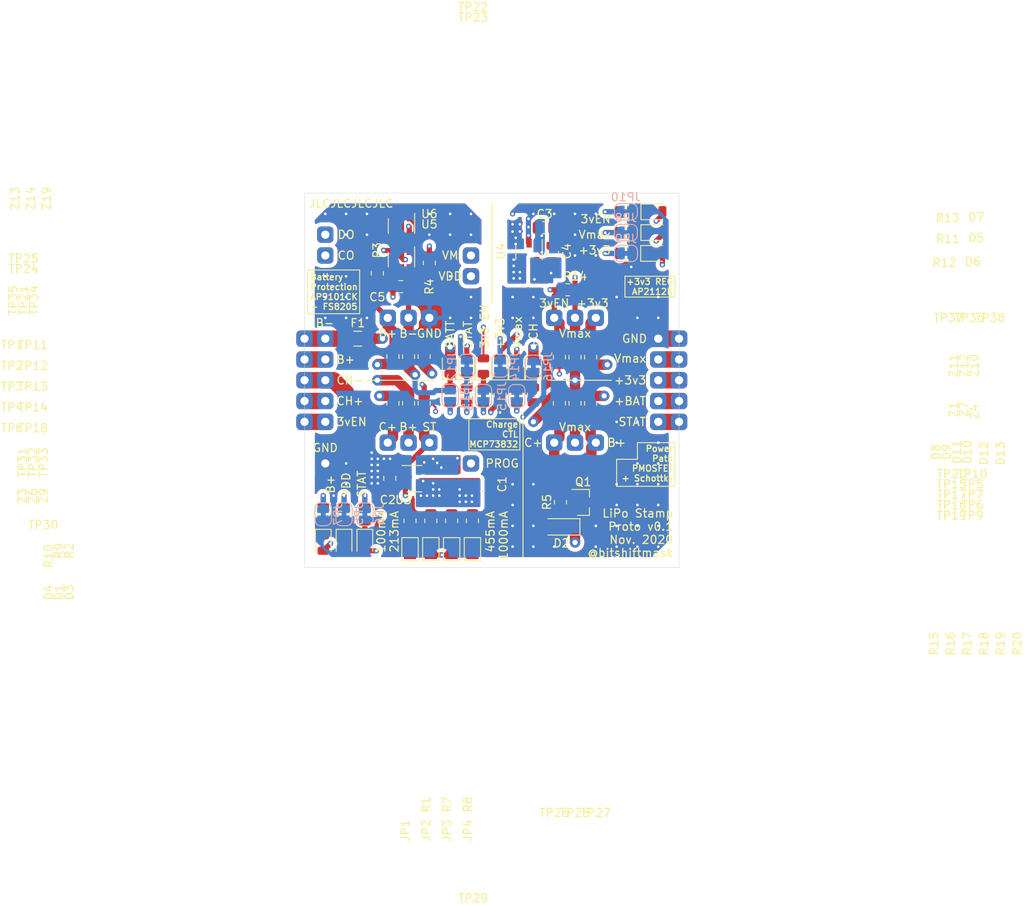
<source format=kicad_pcb>
(kicad_pcb (version 20171130) (host pcbnew 5.1.8)
  (layers (0 F.Cu mixed) (1 In1.Cu power) (2 In2.Cu power) (31 B.Cu signal) (34 B.Paste user) (35 F.Paste user) (36 B.SilkS user) (37 F.SilkS user) (38 B.Mask user) (39 F.Mask user) (44 Edge.Cuts user))
  (net 0 "")
  (net 1 GND)
  (net 2 /+CHARGE)
  (net 3 /+BATT)
  (net 4 /VMAX_OUT)
  (net 5 /3V3_OUT)
  (net 6 /-BATT)
  (net 7 "Net-(C5-Pad1)")
  (net 8 "Net-(D3-Pad1)")
  (net 9 /STAT_OUT)
  (net 10 "Net-(R4-Pad1)")
  (net 11 /3V3_REG_EN)
  (net 12 "Net-(U4-Pad4)")
  (net 13 "Net-(U5-Pad4)")
  (net 14 "Net-(U6-Pad2)")
  (net 15 "Net-(C2-Pad1)")
  (net 16 "Net-(C5-Pad2)")
  (net 17 "Net-(D2-Pad2)")
  (net 18 "Net-(D2-Pad1)")
  (net 19 "Net-(JP1-Pad1)")
  (net 20 "Net-(JP1-Pad2)")
  (net 21 "Net-(JP2-Pad2)")
  (net 22 "Net-(JP3-Pad2)")
  (net 23 "Net-(JP4-Pad2)")
  (net 24 "Net-(Q1-Pad3)")
  (net 25 "Net-(R3-Pad1)")
  (net 26 "Net-(C3-Pad1)")
  (net 27 "Net-(C4-Pad1)")
  (net 28 "Net-(C1-Pad1)")
  (net 29 "Net-(R4-Pad2)")
  (net 30 "Net-(TP24-Pad1)")
  (net 31 "Net-(TP25-Pad1)")
  (net 32 "Net-(D1-Pad1)")
  (net 33 "Net-(D4-Pad1)")
  (net 34 "Net-(JP5-Pad2)")
  (net 35 "Net-(JP6-Pad1)")
  (net 36 "Net-(JP6-Pad2)")
  (net 37 "Net-(JP7-Pad2)")
  (net 38 "Net-(D5-Pad1)")
  (net 39 "Net-(D6-Pad1)")
  (net 40 "Net-(JP8-Pad2)")
  (net 41 "Net-(JP9-Pad2)")
  (net 42 "Net-(D7-Pad1)")
  (net 43 "Net-(JP10-Pad2)")
  (net 44 "Net-(D7-Pad2)")
  (net 45 "Net-(D8-Pad1)")
  (net 46 "Net-(D9-Pad1)")
  (net 47 "Net-(D10-Pad1)")
  (net 48 "Net-(D11-Pad1)")
  (net 49 "Net-(D12-Pad1)")
  (net 50 "Net-(D13-Pad1)")
  (net 51 "Net-(JP12-Pad2)")
  (net 52 "Net-(JP13-Pad2)")
  (net 53 "Net-(JP14-Pad2)")
  (net 54 "Net-(JP15-Pad2)")
  (net 55 "Net-(JP16-Pad2)")
  (net 56 "Net-(JP11-Pad1)")
  (net 57 /-BATT_RAW)
  (module Fuse:Fuse_1206_3216Metric_Castellated (layer F.Cu) (at 184.305 68.58 180)
    (fp_text reference F1 (at 0 1.905) (layer F.SilkS))
    (fp_text value Polyfuse)
    (pad 2 smd roundrect (at 1.425 0 180) (size 1.6 1.65) (layers F.Cu F.Paste F.Mask) (roundrect_rratio 0.15625) (net 57 /-BATT_RAW))
    (pad 1 smd roundrect (at -1.425 0 180) (size 1.6 1.65) (layers F.Cu F.Paste F.Mask) (roundrect_rratio 0.15625) (net 6 /-BATT))
  )
  (module Jumper:SolderJumper-2_P1.3mm_Open_RoundedPad1.0x1.5mm (layer B.Cu) (at 195.58 75.55 90)
    (fp_text reference JP11 (at 0 1.8 270) (layer B.SilkS) (effects (justify mirror)))
    (fp_text value Jumper_NO_Small)
    (pad 2 smd custom (at 0.65 0 90) (size 1 0.5) (layers B.Cu B.Mask) (net 6 /-BATT) (options (clearance outline) (anchor rect)) (primitives (gr_circle (center 0 -0.25) (end 0.5 -0.25) (width 0)) (gr_circle (center 0 0.25) (end 0.5 0.25) (width 0)) (gr_poly (pts (xy 0 0.75) (xy -0.5 0.75) (xy -0.5 -0.75) (xy 0 -0.75)) (width 0))))
    (pad 1 smd custom (at -0.65 0 90) (size 1 0.5) (layers B.Cu B.Mask) (net 56 "Net-(JP11-Pad1)") (options (clearance outline) (anchor rect)) (primitives (gr_circle (center 0 -0.25) (end 0.5 -0.25) (width 0)) (gr_circle (center 0 0.25) (end 0.5 0.25) (width 0)) (gr_poly (pts (xy 0 0.75) (xy 0.5 0.75) (xy 0.5 -0.75) (xy 0 -0.75)) (width 0))))
  )
  (module Resistor_SMD:R_0805_2012Metric (layer F.Cu) (at 205.74 75.4615 270)
    (fp_text reference R20 (at 30.353 -59.054 90) (layer F.SilkS))
    (fp_text value R)
    (pad 2 smd roundrect (at 0.9125 0 270) (size 1.025 1.4) (layers F.Cu F.Paste F.Mask) (roundrect_rratio 0.243902) (net 55 "Net-(JP16-Pad2)"))
    (pad 1 smd roundrect (at -0.9125 0 270) (size 1.025 1.4) (layers F.Cu F.Paste F.Mask) (roundrect_rratio 0.243902) (net 50 "Net-(D13-Pad1)"))
  )
  (module Resistor_SMD:R_0805_2012Metric (layer F.Cu) (at 203.708 75.4615 270)
    (fp_text reference R19 (at 30.353 -59.054 90) (layer F.SilkS))
    (fp_text value R)
    (pad 2 smd roundrect (at 0.9125 0 270) (size 1.025 1.4) (layers F.Cu F.Paste F.Mask) (roundrect_rratio 0.243902) (net 54 "Net-(JP15-Pad2)"))
    (pad 1 smd roundrect (at -0.9125 0 270) (size 1.025 1.4) (layers F.Cu F.Paste F.Mask) (roundrect_rratio 0.243902) (net 49 "Net-(D12-Pad1)"))
  )
  (module Resistor_SMD:R_0805_2012Metric (layer F.Cu) (at 201.676 75.4615 270)
    (fp_text reference R18 (at 30.353 -59.054 90) (layer F.SilkS))
    (fp_text value R)
    (pad 2 smd roundrect (at 0.9125 0 270) (size 1.025 1.4) (layers F.Cu F.Paste F.Mask) (roundrect_rratio 0.243902) (net 53 "Net-(JP14-Pad2)"))
    (pad 1 smd roundrect (at -0.9125 0 270) (size 1.025 1.4) (layers F.Cu F.Paste F.Mask) (roundrect_rratio 0.243902) (net 48 "Net-(D11-Pad1)"))
  )
  (module Resistor_SMD:R_0805_2012Metric (layer F.Cu) (at 199.644 75.4615 270)
    (fp_text reference R17 (at 30.353 -59.054 90) (layer F.SilkS))
    (fp_text value R)
    (pad 2 smd roundrect (at 0.9125 0 270) (size 1.025 1.4) (layers F.Cu F.Paste F.Mask) (roundrect_rratio 0.243902) (net 52 "Net-(JP13-Pad2)"))
    (pad 1 smd roundrect (at -0.9125 0 270) (size 1.025 1.4) (layers F.Cu F.Paste F.Mask) (roundrect_rratio 0.243902) (net 47 "Net-(D10-Pad1)"))
  )
  (module Resistor_SMD:R_0805_2012Metric (layer F.Cu) (at 197.612 75.4615 270)
    (fp_text reference R16 (at 30.353 -59.054 90) (layer F.SilkS))
    (fp_text value R)
    (pad 2 smd roundrect (at 0.9125 0 270) (size 1.025 1.4) (layers F.Cu F.Paste F.Mask) (roundrect_rratio 0.243902) (net 51 "Net-(JP12-Pad2)"))
    (pad 1 smd roundrect (at -0.9125 0 270) (size 1.025 1.4) (layers F.Cu F.Paste F.Mask) (roundrect_rratio 0.243902) (net 46 "Net-(D9-Pad1)"))
  )
  (module Resistor_SMD:R_0805_2012Metric (layer F.Cu) (at 195.58 75.4615 270)
    (fp_text reference R15 (at 30.353 -59.054 90) (layer F.SilkS))
    (fp_text value R)
    (pad 2 smd roundrect (at 0.9125 0 270) (size 1.025 1.4) (layers F.Cu F.Paste F.Mask) (roundrect_rratio 0.243902) (net 56 "Net-(JP11-Pad1)"))
    (pad 1 smd roundrect (at -0.9125 0 270) (size 1.025 1.4) (layers F.Cu F.Paste F.Mask) (roundrect_rratio 0.243902) (net 45 "Net-(D8-Pad1)"))
  )
  (module Resistor_SMD:R_0805_2012Metric (layer F.Cu) (at 209.931 62.611)
    (fp_text reference R14 (at 0.889 -1.651) (layer F.SilkS))
    (fp_text value 10K)
    (pad 2 smd roundrect (at 0.9125 0) (size 1.025 1.4) (layers F.Cu F.Paste F.Mask) (roundrect_rratio 0.243902) (net 26 "Net-(C3-Pad1)"))
    (pad 1 smd roundrect (at -0.9125 0) (size 1.025 1.4) (layers F.Cu F.Paste F.Mask) (roundrect_rratio 0.243902) (net 44 "Net-(D7-Pad2)"))
  )
  (module Jumper:SolderJumper-2_P1.3mm_Bridged_RoundedPad1.0x1.5mm (layer B.Cu) (at 205.74 71.994 90)
    (fp_text reference JP16 (at 0 1.8 -90) (layer B.SilkS) (effects (justify mirror)))
    (fp_text value Jumper_NC_Small)
    (fp_poly (pts (xy 0.25 0.3) (xy -0.25 0.3) (xy -0.25 -0.3) (xy 0.25 -0.3)) (layer B.Cu) (width 0))
    (pad 1 smd custom (at -0.65 0 90) (size 1 0.5) (layers B.Cu B.Mask) (net 1 GND) (options (clearance outline) (anchor rect)) (primitives (gr_circle (center 0 -0.25) (end 0.5 -0.25) (width 0)) (gr_circle (center 0 0.25) (end 0.5 0.25) (width 0)) (gr_poly (pts (xy 0 0.75) (xy 0.5 0.75) (xy 0.5 -0.75) (xy 0 -0.75)) (width 0))))
    (pad 2 smd custom (at 0.65 0 90) (size 1 0.5) (layers B.Cu B.Mask) (net 55 "Net-(JP16-Pad2)") (options (clearance outline) (anchor rect)) (primitives (gr_circle (center 0 -0.25) (end 0.5 -0.25) (width 0)) (gr_circle (center 0 0.25) (end 0.5 0.25) (width 0)) (gr_poly (pts (xy 0 0.75) (xy -0.5 0.75) (xy -0.5 -0.75) (xy 0 -0.75)) (width 0))))
  )
  (module Jumper:SolderJumper-2_P1.3mm_Bridged_RoundedPad1.0x1.5mm (layer B.Cu) (at 203.708 75.58 270)
    (fp_text reference JP15 (at 0 1.8 270) (layer B.SilkS) (effects (justify mirror)))
    (fp_text value Jumper_NC_Small)
    (fp_poly (pts (xy 0.25 0.3) (xy -0.25 0.3) (xy -0.25 -0.3) (xy 0.25 -0.3)) (layer B.Cu) (width 0))
    (pad 1 smd custom (at -0.65 0 270) (size 1 0.5) (layers B.Cu B.Mask) (net 1 GND) (options (clearance outline) (anchor rect)) (primitives (gr_circle (center 0 -0.25) (end 0.5 -0.25) (width 0)) (gr_circle (center 0 0.25) (end 0.5 0.25) (width 0)) (gr_poly (pts (xy 0 0.75) (xy 0.5 0.75) (xy 0.5 -0.75) (xy 0 -0.75)) (width 0))))
    (pad 2 smd custom (at 0.65 0 270) (size 1 0.5) (layers B.Cu B.Mask) (net 54 "Net-(JP15-Pad2)") (options (clearance outline) (anchor rect)) (primitives (gr_circle (center 0 -0.25) (end 0.5 -0.25) (width 0)) (gr_circle (center 0 0.25) (end 0.5 0.25) (width 0)) (gr_poly (pts (xy 0 0.75) (xy -0.5 0.75) (xy -0.5 -0.75) (xy 0 -0.75)) (width 0))))
  )
  (module Jumper:SolderJumper-2_P1.3mm_Bridged_RoundedPad1.0x1.5mm (layer B.Cu) (at 201.676 71.882 90)
    (fp_text reference JP14 (at 0 1.8 -90) (layer B.SilkS) (effects (justify mirror)))
    (fp_text value Jumper_NC_Small)
    (fp_poly (pts (xy 0.25 0.3) (xy -0.25 0.3) (xy -0.25 -0.3) (xy 0.25 -0.3)) (layer B.Cu) (width 0))
    (pad 1 smd custom (at -0.65 0 90) (size 1 0.5) (layers B.Cu B.Mask) (net 1 GND) (options (clearance outline) (anchor rect)) (primitives (gr_circle (center 0 -0.25) (end 0.5 -0.25) (width 0)) (gr_circle (center 0 0.25) (end 0.5 0.25) (width 0)) (gr_poly (pts (xy 0 0.75) (xy 0.5 0.75) (xy 0.5 -0.75) (xy 0 -0.75)) (width 0))))
    (pad 2 smd custom (at 0.65 0 90) (size 1 0.5) (layers B.Cu B.Mask) (net 53 "Net-(JP14-Pad2)") (options (clearance outline) (anchor rect)) (primitives (gr_circle (center 0 -0.25) (end 0.5 -0.25) (width 0)) (gr_circle (center 0 0.25) (end 0.5 0.25) (width 0)) (gr_poly (pts (xy 0 0.75) (xy -0.5 0.75) (xy -0.5 -0.75) (xy 0 -0.75)) (width 0))))
  )
  (module Jumper:SolderJumper-2_P1.3mm_Bridged_RoundedPad1.0x1.5mm (layer B.Cu) (at 199.644 75.565 270)
    (fp_text reference JP13 (at 0 1.8 270) (layer B.SilkS) (effects (justify mirror)))
    (fp_text value Jumper_NC_Small)
    (fp_poly (pts (xy 0.25 0.3) (xy -0.25 0.3) (xy -0.25 -0.3) (xy 0.25 -0.3)) (layer B.Cu) (width 0))
    (pad 1 smd custom (at -0.65 0 270) (size 1 0.5) (layers B.Cu B.Mask) (net 1 GND) (options (clearance outline) (anchor rect)) (primitives (gr_circle (center 0 -0.25) (end 0.5 -0.25) (width 0)) (gr_circle (center 0 0.25) (end 0.5 0.25) (width 0)) (gr_poly (pts (xy 0 0.75) (xy 0.5 0.75) (xy 0.5 -0.75) (xy 0 -0.75)) (width 0))))
    (pad 2 smd custom (at 0.65 0 270) (size 1 0.5) (layers B.Cu B.Mask) (net 52 "Net-(JP13-Pad2)") (options (clearance outline) (anchor rect)) (primitives (gr_circle (center 0 -0.25) (end 0.5 -0.25) (width 0)) (gr_circle (center 0 0.25) (end 0.5 0.25) (width 0)) (gr_poly (pts (xy 0 0.75) (xy -0.5 0.75) (xy -0.5 -0.75) (xy 0 -0.75)) (width 0))))
  )
  (module Jumper:SolderJumper-2_P1.3mm_Bridged_RoundedPad1.0x1.5mm (layer B.Cu) (at 197.612 71.882 270)
    (fp_text reference JP12 (at 0 1.8 270) (layer B.SilkS) (effects (justify mirror)))
    (fp_text value Jumper_NC_Small)
    (fp_poly (pts (xy 0.25 0.3) (xy -0.25 0.3) (xy -0.25 -0.3) (xy 0.25 -0.3)) (layer B.Cu) (width 0))
    (pad 1 smd custom (at -0.65 0 270) (size 1 0.5) (layers B.Cu B.Mask) (net 9 /STAT_OUT) (options (clearance outline) (anchor rect)) (primitives (gr_circle (center 0 -0.25) (end 0.5 -0.25) (width 0)) (gr_circle (center 0 0.25) (end 0.5 0.25) (width 0)) (gr_poly (pts (xy 0 0.75) (xy 0.5 0.75) (xy 0.5 -0.75) (xy 0 -0.75)) (width 0))))
    (pad 2 smd custom (at 0.65 0 270) (size 1 0.5) (layers B.Cu B.Mask) (net 51 "Net-(JP12-Pad2)") (options (clearance outline) (anchor rect)) (primitives (gr_circle (center 0 -0.25) (end 0.5 -0.25) (width 0)) (gr_circle (center 0 0.25) (end 0.5 0.25) (width 0)) (gr_poly (pts (xy 0 0.75) (xy -0.5 0.75) (xy -0.5 -0.75) (xy 0 -0.75)) (width 0))))
  )
  (module LED_SMD:LED_0805_2012Metric (layer F.Cu) (at 205.74 71.9305 90)
    (fp_text reference D13 (at -10.668 57.024 90) (layer F.SilkS))
    (fp_text value LED)
    (pad 2 smd roundrect (at 0.9375 0 90) (size 0.975 1.4) (layers F.Cu F.Paste F.Mask) (net 2 /+CHARGE))
    (pad 1 smd roundrect (at -0.9375 0 90) (size 0.975 1.4) (layers F.Cu F.Paste F.Mask) (net 50 "Net-(D13-Pad1)"))
  )
  (module LED_SMD:LED_0805_2012Metric (layer F.Cu) (at 203.708 71.9305 90)
    (fp_text reference D12 (at -10.668 57.024 90) (layer F.SilkS))
    (fp_text value LED)
    (pad 2 smd roundrect (at 0.9375 0 90) (size 0.975 1.4) (layers F.Cu F.Paste F.Mask) (net 4 /VMAX_OUT))
    (pad 1 smd roundrect (at -0.9375 0 90) (size 0.975 1.4) (layers F.Cu F.Paste F.Mask) (net 49 "Net-(D12-Pad1)"))
  )
  (module LED_SMD:LED_0805_2012Metric (layer F.Cu) (at 201.676 71.9305 90)
    (fp_text reference D11 (at -10.4925 55.753 90) (layer F.SilkS))
    (fp_text value LED)
    (pad 2 smd roundrect (at 0.9375 0 90) (size 0.975 1.4) (layers F.Cu F.Paste F.Mask) (net 5 /3V3_OUT))
    (pad 1 smd roundrect (at -0.9375 0 90) (size 0.975 1.4) (layers F.Cu F.Paste F.Mask) (net 48 "Net-(D11-Pad1)"))
  )
  (module LED_SMD:LED_0805_2012Metric (layer F.Cu) (at 199.644 71.9305 90)
    (fp_text reference D10 (at -10.4925 59.055 90) (layer F.SilkS))
    (fp_text value LED)
    (pad 2 smd roundrect (at 0.9375 0 90) (size 0.975 1.4) (layers F.Cu F.Paste F.Mask) (net 11 /3V3_REG_EN))
    (pad 1 smd roundrect (at -0.9375 0 90) (size 0.975 1.4) (layers F.Cu F.Paste F.Mask) (net 47 "Net-(D10-Pad1)"))
  )
  (module LED_SMD:LED_0805_2012Metric (layer F.Cu) (at 197.612 71.9305 90)
    (fp_text reference D9 (at -10.4925 58.547 90) (layer F.SilkS))
    (fp_text value LED)
    (pad 2 smd roundrect (at 0.9375 0 90) (size 0.975 1.4) (layers F.Cu F.Paste F.Mask) (net 4 /VMAX_OUT))
    (pad 1 smd roundrect (at -0.9375 0 90) (size 0.975 1.4) (layers F.Cu F.Paste F.Mask) (net 46 "Net-(D9-Pad1)"))
  )
  (module LED_SMD:LED_0805_2012Metric (layer F.Cu) (at 195.58 71.9305 90)
    (fp_text reference D8 (at -10.4925 59.309 90) (layer F.SilkS))
    (fp_text value LED)
    (pad 2 smd roundrect (at 0.9375 0 90) (size 0.975 1.4) (layers F.Cu F.Paste F.Mask) (net 3 /+BATT))
    (pad 1 smd roundrect (at -0.9375 0 90) (size 0.975 1.4) (layers F.Cu F.Paste F.Mask) (net 45 "Net-(D8-Pad1)"))
  )
  (module Resistor_SMD:R_0805_2012Metric (layer F.Cu) (at 217.0665 53.086 180)
    (fp_text reference R13 (at -39.243 -0.761) (layer F.SilkS))
    (fp_text value R)
    (pad 2 smd roundrect (at 0.9125 0 180) (size 1.025 1.4) (layers F.Cu F.Paste F.Mask) (roundrect_rratio 0.243902) (net 43 "Net-(JP10-Pad2)"))
    (pad 1 smd roundrect (at -0.9125 0 180) (size 1.025 1.4) (layers F.Cu F.Paste F.Mask) (roundrect_rratio 0.243902) (net 42 "Net-(D7-Pad1)"))
  )
  (module Jumper:SolderJumper-2_P1.3mm_Bridged_RoundedPad1.0x1.5mm (layer B.Cu) (at 217.028 53.086 180)
    (fp_text reference JP10 (at 0 1.8 180) (layer B.SilkS) (effects (justify mirror)))
    (fp_text value Jumper_NC_Small)
    (fp_poly (pts (xy 0.25 0.3) (xy -0.25 0.3) (xy -0.25 -0.3) (xy 0.25 -0.3)) (layer B.Cu) (width 0))
    (pad 1 smd custom (at -0.65 0 180) (size 1 0.5) (layers B.Cu B.Mask) (net 1 GND) (options (clearance outline) (anchor rect)) (primitives (gr_circle (center 0 -0.25) (end 0.5 -0.25) (width 0)) (gr_circle (center 0 0.25) (end 0.5 0.25) (width 0)) (gr_poly (pts (xy 0 0.75) (xy 0.5 0.75) (xy 0.5 -0.75) (xy 0 -0.75)) (width 0))))
    (pad 2 smd custom (at 0.65 0 180) (size 1 0.5) (layers B.Cu B.Mask) (net 43 "Net-(JP10-Pad2)") (options (clearance outline) (anchor rect)) (primitives (gr_circle (center 0 -0.25) (end 0.5 -0.25) (width 0)) (gr_circle (center 0 0.25) (end 0.5 0.25) (width 0)) (gr_poly (pts (xy 0 0.75) (xy -0.5 0.75) (xy -0.5 -0.75) (xy 0 -0.75)) (width 0))))
  )
  (module LED_SMD:LED_0805_2012Metric (layer F.Cu) (at 220.5505 53.086)
    (fp_text reference D7 (at 39.243 0.636) (layer F.SilkS))
    (fp_text value LED)
    (pad 2 smd roundrect (at 0.9375 0) (size 0.975 1.4) (layers F.Cu F.Paste F.Mask) (net 44 "Net-(D7-Pad2)"))
    (pad 1 smd roundrect (at -0.9375 0) (size 0.975 1.4) (layers F.Cu F.Paste F.Mask) (net 42 "Net-(D7-Pad1)"))
  )
  (module Resistor_SMD:R_0805_2012Metric (layer F.Cu) (at 217.043 58.166 180)
    (fp_text reference R12 (at -38.862 -1.142) (layer F.SilkS))
    (fp_text value R)
    (pad 2 smd roundrect (at 0.9125 0 180) (size 1.025 1.4) (layers F.Cu F.Paste F.Mask) (roundrect_rratio 0.243902) (net 41 "Net-(JP9-Pad2)"))
    (pad 1 smd roundrect (at -0.9125 0 180) (size 1.025 1.4) (layers F.Cu F.Paste F.Mask) (roundrect_rratio 0.243902) (net 39 "Net-(D6-Pad1)"))
  )
  (module Resistor_SMD:R_0805_2012Metric (layer F.Cu) (at 217.0665 55.626 180)
    (fp_text reference R11 (at -39.243 -0.761) (layer F.SilkS))
    (fp_text value R)
    (pad 2 smd roundrect (at 0.9125 0 180) (size 1.025 1.4) (layers F.Cu F.Paste F.Mask) (roundrect_rratio 0.243902) (net 40 "Net-(JP8-Pad2)"))
    (pad 1 smd roundrect (at -0.9125 0 180) (size 1.025 1.4) (layers F.Cu F.Paste F.Mask) (roundrect_rratio 0.243902) (net 38 "Net-(D5-Pad1)"))
  )
  (module Jumper:SolderJumper-2_P1.3mm_Bridged_RoundedPad1.0x1.5mm (layer B.Cu) (at 217.043 58.166 180)
    (fp_text reference JP9 (at 0 1.8 180) (layer B.SilkS) (effects (justify mirror)))
    (fp_text value Jumper_NC_Small)
    (fp_poly (pts (xy 0.25 0.3) (xy -0.25 0.3) (xy -0.25 -0.3) (xy 0.25 -0.3)) (layer B.Cu) (width 0))
    (pad 1 smd custom (at -0.65 0 180) (size 1 0.5) (layers B.Cu B.Mask) (net 1 GND) (options (clearance outline) (anchor rect)) (primitives (gr_circle (center 0 -0.25) (end 0.5 -0.25) (width 0)) (gr_circle (center 0 0.25) (end 0.5 0.25) (width 0)) (gr_poly (pts (xy 0 0.75) (xy 0.5 0.75) (xy 0.5 -0.75) (xy 0 -0.75)) (width 0))))
    (pad 2 smd custom (at 0.65 0 180) (size 1 0.5) (layers B.Cu B.Mask) (net 41 "Net-(JP9-Pad2)") (options (clearance outline) (anchor rect)) (primitives (gr_circle (center 0 -0.25) (end 0.5 -0.25) (width 0)) (gr_circle (center 0 0.25) (end 0.5 0.25) (width 0)) (gr_poly (pts (xy 0 0.75) (xy -0.5 0.75) (xy -0.5 -0.75) (xy 0 -0.75)) (width 0))))
  )
  (module Jumper:SolderJumper-2_P1.3mm_Bridged_RoundedPad1.0x1.5mm (layer B.Cu) (at 217.028 55.626 180)
    (fp_text reference JP8 (at 0 1.8 180) (layer B.SilkS) (effects (justify mirror)))
    (fp_text value Jumper_NC_Small)
    (fp_poly (pts (xy 0.25 0.3) (xy -0.25 0.3) (xy -0.25 -0.3) (xy 0.25 -0.3)) (layer B.Cu) (width 0))
    (pad 1 smd custom (at -0.65 0 180) (size 1 0.5) (layers B.Cu B.Mask) (net 1 GND) (options (clearance outline) (anchor rect)) (primitives (gr_circle (center 0 -0.25) (end 0.5 -0.25) (width 0)) (gr_circle (center 0 0.25) (end 0.5 0.25) (width 0)) (gr_poly (pts (xy 0 0.75) (xy 0.5 0.75) (xy 0.5 -0.75) (xy 0 -0.75)) (width 0))))
    (pad 2 smd custom (at 0.65 0 180) (size 1 0.5) (layers B.Cu B.Mask) (net 40 "Net-(JP8-Pad2)") (options (clearance outline) (anchor rect)) (primitives (gr_circle (center 0 -0.25) (end 0.5 -0.25) (width 0)) (gr_circle (center 0 0.25) (end 0.5 0.25) (width 0)) (gr_poly (pts (xy 0 0.75) (xy -0.5 0.75) (xy -0.5 -0.75) (xy 0 -0.75)) (width 0))))
  )
  (module LED_SMD:LED_0805_2012Metric (layer F.Cu) (at 220.5205 58.166)
    (fp_text reference D6 (at 38.862 1.017) (layer F.SilkS))
    (fp_text value LED)
    (pad 2 smd roundrect (at 0.9375 0) (size 0.975 1.4) (layers F.Cu F.Paste F.Mask) (net 27 "Net-(C4-Pad1)"))
    (pad 1 smd roundrect (at -0.9375 0) (size 0.975 1.4) (layers F.Cu F.Paste F.Mask) (net 39 "Net-(D6-Pad1)"))
  )
  (module LED_SMD:LED_0805_2012Metric (layer F.Cu) (at 220.5505 55.626)
    (fp_text reference D5 (at 39.243 0.636) (layer F.SilkS))
    (fp_text value LED)
    (pad 2 smd roundrect (at 0.9375 0) (size 0.975 1.4) (layers F.Cu F.Paste F.Mask) (net 26 "Net-(C3-Pad1)"))
    (pad 1 smd roundrect (at -0.9375 0) (size 0.975 1.4) (layers F.Cu F.Paste F.Mask) (net 38 "Net-(D5-Pad1)"))
  )
  (module Jumper:SolderJumper-2_P1.3mm_Bridged_RoundedPad1.0x1.5mm (layer B.Cu) (at 180.086 90.028 90)
    (fp_text reference JP7 (at 0 1.8 -90) (layer B.SilkS) (effects (justify mirror)))
    (fp_text value Jumper_NC_Small)
    (fp_poly (pts (xy 0.25 0.3) (xy -0.25 0.3) (xy -0.25 -0.3) (xy 0.25 -0.3)) (layer B.Cu) (width 0))
    (pad 1 smd custom (at -0.65 0 90) (size 1 0.5) (layers B.Cu B.Mask) (net 1 GND) (options (clearance outline) (anchor rect)) (primitives (gr_circle (center 0 -0.25) (end 0.5 -0.25) (width 0)) (gr_circle (center 0 0.25) (end 0.5 0.25) (width 0)) (gr_poly (pts (xy 0 0.75) (xy 0.5 0.75) (xy 0.5 -0.75) (xy 0 -0.75)) (width 0))))
    (pad 2 smd custom (at 0.65 0 90) (size 1 0.5) (layers B.Cu B.Mask) (net 37 "Net-(JP7-Pad2)") (options (clearance outline) (anchor rect)) (primitives (gr_circle (center 0 -0.25) (end 0.5 -0.25) (width 0)) (gr_circle (center 0 0.25) (end 0.5 0.25) (width 0)) (gr_poly (pts (xy 0 0.75) (xy -0.5 0.75) (xy -0.5 -0.75) (xy 0 -0.75)) (width 0))))
  )
  (module Jumper:SolderJumper-2_P1.3mm_Bridged_RoundedPad1.0x1.5mm (layer B.Cu) (at 185.166 90.043 90)
    (fp_text reference JP6 (at 0 1.8 -90) (layer B.SilkS) (effects (justify mirror)))
    (fp_text value Jumper_NC_Small)
    (fp_poly (pts (xy 0.25 0.3) (xy -0.25 0.3) (xy -0.25 -0.3) (xy 0.25 -0.3)) (layer B.Cu) (width 0))
    (pad 1 smd custom (at -0.65 0 90) (size 1 0.5) (layers B.Cu B.Mask) (net 35 "Net-(JP6-Pad1)") (options (clearance outline) (anchor rect)) (primitives (gr_circle (center 0 -0.25) (end 0.5 -0.25) (width 0)) (gr_circle (center 0 0.25) (end 0.5 0.25) (width 0)) (gr_poly (pts (xy 0 0.75) (xy 0.5 0.75) (xy 0.5 -0.75) (xy 0 -0.75)) (width 0))))
    (pad 2 smd custom (at 0.65 0 90) (size 1 0.5) (layers B.Cu B.Mask) (net 36 "Net-(JP6-Pad2)") (options (clearance outline) (anchor rect)) (primitives (gr_circle (center 0 -0.25) (end 0.5 -0.25) (width 0)) (gr_circle (center 0 0.25) (end 0.5 0.25) (width 0)) (gr_poly (pts (xy 0 0.75) (xy -0.5 0.75) (xy -0.5 -0.75) (xy 0 -0.75)) (width 0))))
  )
  (module Jumper:SolderJumper-2_P1.3mm_Bridged_RoundedPad1.0x1.5mm (layer B.Cu) (at 182.626 90.028 90)
    (fp_text reference JP5 (at 0 1.8 -90) (layer B.SilkS) (effects (justify mirror)))
    (fp_text value Jumper_NC_Small)
    (fp_poly (pts (xy 0.25 0.3) (xy -0.25 0.3) (xy -0.25 -0.3) (xy 0.25 -0.3)) (layer B.Cu) (width 0))
    (pad 1 smd custom (at -0.65 0 90) (size 1 0.5) (layers B.Cu B.Mask) (net 1 GND) (options (clearance outline) (anchor rect)) (primitives (gr_circle (center 0 -0.25) (end 0.5 -0.25) (width 0)) (gr_circle (center 0 0.25) (end 0.5 0.25) (width 0)) (gr_poly (pts (xy 0 0.75) (xy 0.5 0.75) (xy 0.5 -0.75) (xy 0 -0.75)) (width 0))))
    (pad 2 smd custom (at 0.65 0 90) (size 1 0.5) (layers B.Cu B.Mask) (net 34 "Net-(JP5-Pad2)") (options (clearance outline) (anchor rect)) (primitives (gr_circle (center 0 -0.25) (end 0.5 -0.25) (width 0)) (gr_circle (center 0 0.25) (end 0.5 0.25) (width 0)) (gr_poly (pts (xy 0 0.75) (xy -0.5 0.75) (xy -0.5 -0.75) (xy 0 -0.75)) (width 0))))
  )
  (module Resistor_SMD:R_0805_2012Metric (layer F.Cu) (at 180.086 90.0195 90)
    (fp_text reference R10 (at -5.1035 -33.528 90) (layer F.SilkS))
    (fp_text value R)
    (pad 2 smd roundrect (at 0.9125 0 90) (size 1.025 1.4) (layers F.Cu F.Paste F.Mask) (roundrect_rratio 0.243902) (net 37 "Net-(JP7-Pad2)"))
    (pad 1 smd roundrect (at -0.9125 0 90) (size 1.025 1.4) (layers F.Cu F.Paste F.Mask) (roundrect_rratio 0.243902) (net 33 "Net-(D4-Pad1)"))
  )
  (module Resistor_SMD:R_0805_2012Metric (layer F.Cu) (at 182.626 90.0195 90)
    (fp_text reference R9 (at -4.4685 -34.798 90) (layer F.SilkS))
    (fp_text value R)
    (pad 2 smd roundrect (at 0.9125 0 90) (size 1.025 1.4) (layers F.Cu F.Paste F.Mask) (roundrect_rratio 0.243902) (net 34 "Net-(JP5-Pad2)"))
    (pad 1 smd roundrect (at -0.9125 0 90) (size 1.025 1.4) (layers F.Cu F.Paste F.Mask) (roundrect_rratio 0.243902) (net 32 "Net-(D1-Pad1)"))
  )
  (module LED_SMD:LED_0805_2012Metric (layer F.Cu) (at 180.086 93.5505 270)
    (fp_text reference D4 (at 6.0175 33.528 90) (layer F.SilkS))
    (fp_text value LED)
    (pad 2 smd roundrect (at 0.9375 0 270) (size 0.975 1.4) (layers F.Cu F.Paste F.Mask) (net 15 "Net-(C2-Pad1)"))
    (pad 1 smd roundrect (at -0.9375 0 270) (size 0.975 1.4) (layers F.Cu F.Paste F.Mask) (net 33 "Net-(D4-Pad1)"))
  )
  (module LED_SMD:LED_0805_2012Metric (layer F.Cu) (at 182.626 93.5505 270)
    (fp_text reference D1 (at 6.0175 34.798 90) (layer F.SilkS))
    (fp_text value LED)
    (pad 2 smd roundrect (at 0.9375 0 270) (size 0.975 1.4) (layers F.Cu F.Paste F.Mask) (net 28 "Net-(C1-Pad1)"))
    (pad 1 smd roundrect (at -0.9375 0 270) (size 0.975 1.4) (layers F.Cu F.Paste F.Mask) (net 32 "Net-(D1-Pad1)"))
  )
  (module Everything:castellated-2-pin (layer F.Cu) (at 213.36 66.04)
    (fp_text reference TP38 (at 48.133 0) (layer F.SilkS))
    (fp_text value TestPoint)
    (pad 1 thru_hole roundrect (at 0 0) (size 2 2) (drill 1) (layers *.Cu *.Mask) (net 27 "Net-(C4-Pad1)") (clearance 0.2))
  )
  (module Everything:castellated-2-pin (layer F.Cu) (at 208.28 66.04)
    (fp_text reference TP37 (at 48.133 0) (layer F.SilkS))
    (fp_text value TestPoint)
    (pad 1 thru_hole roundrect (at 0 0) (size 2 2) (drill 1) (layers *.Cu *.Mask) (net 44 "Net-(D7-Pad2)") (clearance 0.2))
  )
  (module Everything:castellated-2-pin (layer F.Cu) (at 210.82 66.04)
    (fp_text reference TP36 (at 48.133 0) (layer F.SilkS))
    (fp_text value TestPoint)
    (pad 1 thru_hole roundrect (at 0 0) (size 2 2) (drill 1) (layers *.Cu *.Mask) (net 26 "Net-(C3-Pad1)") (clearance 0.2))
  )
  (module Everything:castellated-2-pin (layer F.Cu) (at 187.96 66.04)
    (fp_text reference TP35 (at -45.72 -2.159 90) (layer F.SilkS))
    (fp_text value TestPoint)
    (pad 1 thru_hole roundrect (at 0 0) (size 2 2) (drill 1) (layers *.Cu *.Mask) (net 25 "Net-(R3-Pad1)") (clearance 0.2))
  )
  (module Everything:castellated-2-pin (layer F.Cu) (at 193.04 66.04)
    (fp_text reference TP34 (at -48.26 -2.159 90) (layer F.SilkS))
    (fp_text value TestPoint)
    (pad 1 thru_hole roundrect (at 0 0) (size 2 2) (drill 1) (layers *.Cu *.Mask) (net 29 "Net-(R4-Pad2)") (clearance 0.2))
  )
  (module Everything:castellated-2-pin (layer F.Cu) (at 193.04 81.28)
    (fp_text reference TP33 (at -47.117 2.413 90) (layer F.SilkS))
    (fp_text value TestPoint)
    (pad 1 thru_hole roundrect (at 0 0) (size 2 2) (drill 1) (layers *.Cu *.Mask) (net 35 "Net-(JP6-Pad1)") (clearance 0.2))
  )
  (module Everything:castellated-2-pin (layer F.Cu) (at 190.5 81.28)
    (fp_text reference TP32 (at -45.847 2.413 90) (layer F.SilkS))
    (fp_text value TestPoint)
    (pad 1 thru_hole roundrect (at 0 0) (size 2 2) (drill 1) (layers *.Cu *.Mask) (net 15 "Net-(C2-Pad1)") (clearance 0.2))
  )
  (module Everything:castellated-2-pin (layer F.Cu) (at 187.96 81.28)
    (fp_text reference TP31 (at -44.577 2.413 90) (layer F.SilkS))
    (fp_text value TestPoint)
    (pad 1 thru_hole roundrect (at 0 0) (size 2 2) (drill 1) (layers *.Cu *.Mask) (net 28 "Net-(C1-Pad1)") (clearance 0.2))
  )
  (module Everything:castellated-2-pin (layer F.Cu) (at 180.34 83.82)
    (fp_text reference TP30 (at -34.417 7.493) (layer F.SilkS))
    (fp_text value TestPoint)
    (pad 1 thru_hole roundrect (at 0 0) (size 2 2) (drill 1) (layers *.Cu *.Mask) (net 1 GND) (clearance 0.2))
  )
  (module Everything:castellated-2-pin (layer F.Cu) (at 198.12 83.82)
    (fp_text reference TP29 (at 0.254 53.086) (layer F.SilkS))
    (fp_text value TestPoint)
    (pad 1 thru_hole roundrect (at 0 0) (size 2 2) (drill 1) (layers *.Cu *.Mask) (net 19 "Net-(JP1-Pad1)") (clearance 0.2))
  )
  (module Everything:castellated-2-pin (layer F.Cu) (at 210.82 81.28)
    (fp_text reference TP28 (at 0 45.212) (layer F.SilkS))
    (fp_text value TestPoint)
    (pad 1 thru_hole roundrect (at 0 0) (size 2 2) (drill 1) (layers *.Cu *.Mask) (net 18 "Net-(D2-Pad1)") (clearance 0.2))
  )
  (module Everything:castellated-2-pin (layer F.Cu) (at 213.36 81.28)
    (fp_text reference TP27 (at 0 45.212) (layer F.SilkS))
    (fp_text value TestPoint)
    (pad 1 thru_hole roundrect (at 0 0) (size 2 2) (drill 1) (layers *.Cu *.Mask) (net 24 "Net-(Q1-Pad3)") (clearance 0.2))
  )
  (module Everything:castellated-2-pin (layer F.Cu) (at 208.28 81.28)
    (fp_text reference TP26 (at 0 45.212) (layer F.SilkS))
    (fp_text value TestPoint)
    (pad 1 thru_hole roundrect (at 0 0) (size 2 2) (drill 1) (layers *.Cu *.Mask) (net 17 "Net-(D2-Pad2)") (clearance 0.2))
  )
  (module Everything:castellated-2-pin (layer F.Cu) (at 180.34 55.88)
    (fp_text reference TP25 (at -36.83 2.921) (layer F.SilkS))
    (fp_text value TestPoint)
    (pad 1 thru_hole roundrect (at 0 0) (size 2 2) (drill 1) (layers *.Cu *.Mask) (net 31 "Net-(TP25-Pad1)") (clearance 0.2))
  )
  (module Everything:castellated-2-pin (layer F.Cu) (at 180.34 58.42)
    (fp_text reference TP24 (at -36.83 1.651) (layer F.SilkS))
    (fp_text value TestPoint)
    (pad 1 thru_hole roundrect (at 0 0) (size 2 2) (drill 1) (layers *.Cu *.Mask) (net 30 "Net-(TP24-Pad1)") (clearance 0.2))
  )
  (module Everything:castellated-2-pin (layer F.Cu) (at 198.12 60.96)
    (fp_text reference TP23 (at 0.254 -31.623) (layer F.SilkS))
    (fp_text value TestPoint)
    (pad 1 thru_hole roundrect (at 0 0) (size 2 2) (drill 1) (layers *.Cu *.Mask) (net 7 "Net-(C5-Pad1)") (clearance 0.2))
  )
  (module Everything:castellated-2-pin (layer F.Cu) (at 198.12 58.42)
    (fp_text reference TP22 (at 0.254 -30.353) (layer F.SilkS))
    (fp_text value TestPoint)
    (pad 1 thru_hole roundrect (at 0 0) (size 2 2) (drill 1) (layers *.Cu *.Mask) (net 10 "Net-(R4-Pad1)") (clearance 0.2))
  )
  (module Everything:castellated-2-pin (layer F.Cu) (at 190.5 66.04)
    (fp_text reference TP21 (at -46.99 -2.159 90) (layer F.SilkS))
    (fp_text value TestPoint)
    (pad 1 thru_hole roundrect (at 0 0) (size 2 2) (drill 1) (layers *.Cu *.Mask) (net 16 "Net-(C5-Pad2)") (clearance 0.2))
  )
  (module Resistor_SMD:R_0805_2012Metric (layer F.Cu) (at 192.405 70.7625 90)
    (fp_text reference Z19 (at 19.304 -46.1 90) (layer F.SilkS))
    (fp_text value 0)
    (pad 2 smd roundrect (at 0.9125 0 90) (size 1.025 1.4) (layers F.Cu F.Paste F.Mask) (roundrect_rratio 0.243902) (net 29 "Net-(R4-Pad2)"))
    (pad 1 smd roundrect (at -0.9125 0 90) (size 1.025 1.4) (layers F.Cu F.Paste F.Mask) (roundrect_rratio 0.243902) (net 1 GND))
  )
  (module Resistor_SMD:R_0805_2012Metric (layer F.Cu) (at 190.5 70.7625 90)
    (fp_text reference Z14 (at 19.304 -46.1 90) (layer F.SilkS))
    (fp_text value 0)
    (pad 2 smd roundrect (at 0.9125 0 90) (size 1.025 1.4) (layers F.Cu F.Paste F.Mask) (roundrect_rratio 0.243902) (net 16 "Net-(C5-Pad2)"))
    (pad 1 smd roundrect (at -0.9125 0 90) (size 1.025 1.4) (layers F.Cu F.Paste F.Mask) (roundrect_rratio 0.243902) (net 6 /-BATT))
  )
  (module Resistor_SMD:R_0805_2012Metric (layer F.Cu) (at 188.595 70.7625 90)
    (fp_text reference Z13 (at 19.304 -46.1 90) (layer F.SilkS))
    (fp_text value 0)
    (pad 2 smd roundrect (at 0.9125 0 90) (size 1.025 1.4) (layers F.Cu F.Paste F.Mask) (roundrect_rratio 0.243902) (net 25 "Net-(R3-Pad1)"))
    (pad 1 smd roundrect (at -0.9125 0 90) (size 1.025 1.4) (layers F.Cu F.Paste F.Mask) (roundrect_rratio 0.243902) (net 3 /+BATT))
  )
  (module Resistor_SMD:R_0805_2012Metric (layer F.Cu) (at 212.725 70.8425 90)
    (fp_text reference Z12 (at -1.016 45.593 90) (layer F.SilkS))
    (fp_text value 0)
    (pad 2 smd roundrect (at 0.9125 0 90) (size 1.025 1.4) (layers F.Cu F.Paste F.Mask) (roundrect_rratio 0.243902) (net 27 "Net-(C4-Pad1)"))
    (pad 1 smd roundrect (at -0.9125 0 90) (size 1.025 1.4) (layers F.Cu F.Paste F.Mask) (roundrect_rratio 0.243902) (net 5 /3V3_OUT))
  )
  (module Resistor_SMD:R_0805_2012Metric (layer F.Cu) (at 208.915 70.8425 270)
    (fp_text reference Z11 (at 1.016 -48.133 90) (layer F.SilkS))
    (fp_text value 0)
    (pad 2 smd roundrect (at 0.9125 0 270) (size 1.025 1.4) (layers F.Cu F.Paste F.Mask) (roundrect_rratio 0.243902) (net 11 /3V3_REG_EN))
    (pad 1 smd roundrect (at -0.9125 0 270) (size 1.025 1.4) (layers F.Cu F.Paste F.Mask) (roundrect_rratio 0.243902) (net 44 "Net-(D7-Pad2)"))
  )
  (module Resistor_SMD:R_0805_2012Metric (layer F.Cu) (at 210.82 70.8425 270)
    (fp_text reference Z10 (at 1.016 -48.768 90) (layer F.SilkS))
    (fp_text value 0)
    (pad 2 smd roundrect (at 0.9125 0 270) (size 1.025 1.4) (layers F.Cu F.Paste F.Mask) (roundrect_rratio 0.243902) (net 4 /VMAX_OUT))
    (pad 1 smd roundrect (at -0.9125 0 270) (size 1.025 1.4) (layers F.Cu F.Paste F.Mask) (roundrect_rratio 0.243902) (net 26 "Net-(C3-Pad1)"))
  )
  (module Resistor_SMD:R_0805_2012Metric (layer F.Cu) (at 190.5 76.4775 270)
    (fp_text reference Z9 (at 11.303 44.577 90) (layer F.SilkS))
    (fp_text value 0)
    (pad 2 smd roundrect (at 0.9125 0 270) (size 1.025 1.4) (layers F.Cu F.Paste F.Mask) (roundrect_rratio 0.243902) (net 15 "Net-(C2-Pad1)"))
    (pad 1 smd roundrect (at -0.9125 0 270) (size 1.025 1.4) (layers F.Cu F.Paste F.Mask) (roundrect_rratio 0.243902) (net 3 /+BATT))
  )
  (module Resistor_SMD:R_0805_2012Metric (layer F.Cu) (at 210.82 76.4775 270)
    (fp_text reference Z7 (at 0.7385 -47.498 90) (layer F.SilkS))
    (fp_text value 0)
    (pad 2 smd roundrect (at 0.9125 0 270) (size 1.025 1.4) (layers F.Cu F.Paste F.Mask) (roundrect_rratio 0.243902) (net 18 "Net-(D2-Pad1)"))
    (pad 1 smd roundrect (at -0.9125 0 270) (size 1.025 1.4) (layers F.Cu F.Paste F.Mask) (roundrect_rratio 0.243902) (net 4 /VMAX_OUT))
  )
  (module Resistor_SMD:R_0805_2012Metric (layer F.Cu) (at 192.405 76.4775 90)
    (fp_text reference Z6 (at -11.303 -47.752 90) (layer F.SilkS))
    (fp_text value 0)
    (pad 2 smd roundrect (at 0.9125 0 90) (size 1.025 1.4) (layers F.Cu F.Paste F.Mask) (roundrect_rratio 0.243902) (net 9 /STAT_OUT))
    (pad 1 smd roundrect (at -0.9125 0 90) (size 1.025 1.4) (layers F.Cu F.Paste F.Mask) (roundrect_rratio 0.243902) (net 35 "Net-(JP6-Pad1)"))
  )
  (module Resistor_SMD:R_0805_2012Metric (layer F.Cu) (at 212.725 76.4775 270)
    (fp_text reference Z4 (at 1.016 -46.863 90) (layer F.SilkS))
    (fp_text value 0)
    (pad 2 smd roundrect (at 0.9125 0 270) (size 1.025 1.4) (layers F.Cu F.Paste F.Mask) (roundrect_rratio 0.243902) (net 24 "Net-(Q1-Pad3)"))
    (pad 1 smd roundrect (at -0.9125 0 270) (size 1.025 1.4) (layers F.Cu F.Paste F.Mask) (roundrect_rratio 0.243902) (net 3 /+BATT))
  )
  (module Resistor_SMD:R_0805_2012Metric (layer F.Cu) (at 188.595 76.4775 90)
    (fp_text reference Z3 (at -11.303 -45.212 90) (layer F.SilkS))
    (fp_text value 0)
    (pad 2 smd roundrect (at 0.9125 0 90) (size 1.025 1.4) (layers F.Cu F.Paste F.Mask) (roundrect_rratio 0.243902) (net 2 /+CHARGE))
    (pad 1 smd roundrect (at -0.9125 0 90) (size 1.025 1.4) (layers F.Cu F.Paste F.Mask) (roundrect_rratio 0.243902) (net 28 "Net-(C1-Pad1)"))
  )
  (module Resistor_SMD:R_0805_2012Metric (layer F.Cu) (at 208.915 76.4775 90)
    (fp_text reference Z1 (at -0.7385 48.133 90) (layer F.SilkS))
    (fp_text value 0)
    (pad 2 smd roundrect (at 0.9125 0 90) (size 1.025 1.4) (layers F.Cu F.Paste F.Mask) (roundrect_rratio 0.243902) (net 2 /+CHARGE))
    (pad 1 smd roundrect (at -0.9125 0 90) (size 1.025 1.4) (layers F.Cu F.Paste F.Mask) (roundrect_rratio 0.243902) (net 17 "Net-(D2-Pad2)"))
  )
  (module Package_TO_SOT_SMD:SOT-23-6 (layer F.Cu) (at 189.635 54.82 270)
    (fp_text reference U6 (at -1.48 -3.405 180) (layer F.SilkS))
    (fp_text value FS8205)
    (pad 5 smd rect (at 1.1 0 270) (size 1.06 0.65) (layers F.Cu F.Paste F.Mask) (net 14 "Net-(U6-Pad2)"))
    (pad 6 smd rect (at 1.1 -0.95 270) (size 1.06 0.65) (layers F.Cu F.Paste F.Mask) (net 31 "Net-(TP25-Pad1)"))
    (pad 4 smd rect (at 1.1 0.95 270) (size 1.06 0.65) (layers F.Cu F.Paste F.Mask) (net 30 "Net-(TP24-Pad1)"))
    (pad 3 smd rect (at -1.1 0.95 270) (size 1.06 0.65) (layers F.Cu F.Paste F.Mask) (net 29 "Net-(R4-Pad2)"))
    (pad 2 smd rect (at -1.1 0 270) (size 1.06 0.65) (layers F.Cu F.Paste F.Mask) (net 14 "Net-(U6-Pad2)"))
    (pad 1 smd rect (at -1.1 -0.95 270) (size 1.06 0.65) (layers F.Cu F.Paste F.Mask) (net 16 "Net-(C5-Pad2)"))
  )
  (module Package_TO_SOT_SMD:SOT-23-6 (layer F.Cu) (at 189.635 58.92 270)
    (fp_text reference U5 (at -4.31 -3.405 180) (layer F.SilkS))
    (fp_text value AP9101CK6)
    (pad 5 smd rect (at 1.1 0 270) (size 1.06 0.65) (layers F.Cu F.Paste F.Mask) (net 7 "Net-(C5-Pad1)"))
    (pad 6 smd rect (at 1.1 -0.95 270) (size 1.06 0.65) (layers F.Cu F.Paste F.Mask) (net 16 "Net-(C5-Pad2)"))
    (pad 4 smd rect (at 1.1 0.95 270) (size 1.06 0.65) (layers F.Cu F.Paste F.Mask) (net 13 "Net-(U5-Pad4)"))
    (pad 3 smd rect (at -1.1 0.95 270) (size 1.06 0.65) (layers F.Cu F.Paste F.Mask) (net 30 "Net-(TP24-Pad1)"))
    (pad 2 smd rect (at -1.1 0 270) (size 1.06 0.65) (layers F.Cu F.Paste F.Mask) (net 10 "Net-(R4-Pad1)"))
    (pad 1 smd rect (at -1.1 -0.95 270) (size 1.06 0.65) (layers F.Cu F.Paste F.Mask) (net 31 "Net-(TP25-Pad1)"))
  )
  (module Package_TO_SOT_SMD:SOT-23-5 (layer F.Cu) (at 205.208 58.027 270)
    (fp_text reference U4 (at -0.115 3.405 270) (layer F.SilkS))
    (fp_text value AP2112K-3.3)
    (pad 5 smd rect (at 1.1 -0.95 270) (size 1.06 0.65) (layers F.Cu F.Paste F.Mask) (net 27 "Net-(C4-Pad1)"))
    (pad 4 smd rect (at 1.1 0.95 270) (size 1.06 0.65) (layers F.Cu F.Paste F.Mask) (net 12 "Net-(U4-Pad4)"))
    (pad 3 smd rect (at -1.1 0.95 270) (size 1.06 0.65) (layers F.Cu F.Paste F.Mask) (net 44 "Net-(D7-Pad2)"))
    (pad 2 smd rect (at -1.1 0 270) (size 1.06 0.65) (layers F.Cu F.Paste F.Mask) (net 1 GND))
    (pad 1 smd rect (at -1.1 -0.95 270) (size 1.06 0.65) (layers F.Cu F.Paste F.Mask) (net 26 "Net-(C3-Pad1)"))
  )
  (module Package_TO_SOT_SMD:SOT-23-5 (layer F.Cu) (at 191.243 85.685)
    (fp_text reference U3 (at -1.378 2.58) (layer F.SilkS))
    (fp_text value MCP73832-2-OT)
    (pad 5 smd rect (at 1.1 -0.95) (size 1.06 0.65) (layers F.Cu F.Paste F.Mask) (net 19 "Net-(JP1-Pad1)"))
    (pad 4 smd rect (at 1.1 0.95) (size 1.06 0.65) (layers F.Cu F.Paste F.Mask) (net 28 "Net-(C1-Pad1)"))
    (pad 3 smd rect (at -1.1 0.95) (size 1.06 0.65) (layers F.Cu F.Paste F.Mask) (net 15 "Net-(C2-Pad1)"))
    (pad 2 smd rect (at -1.1 0) (size 1.06 0.65) (layers F.Cu F.Paste F.Mask) (net 1 GND))
    (pad 1 smd rect (at -1.1 -0.95) (size 1.06 0.65) (layers F.Cu F.Paste F.Mask) (net 35 "Net-(JP6-Pad1)"))
  )
  (module Everything:castellated-2-pin (layer F.Cu) (at 220.98 68.58)
    (fp_text reference TP20 (at 35.814 16.51) (layer F.SilkS))
    (fp_text value TestPoint)
    (pad 1 thru_hole roundrect (at 0 0) (size 2 2) (drill 1) (layers *.Cu *.Mask) (net 1 GND) (clearance 0.2))
  )
  (module Everything:castellated-2-pin (layer F.Cu) (at 220.98 78.74)
    (fp_text reference TP19 (at 35.814 11.43) (layer F.SilkS))
    (fp_text value TestPoint)
    (pad 1 thru_hole roundrect (at 0 0) (size 2 2) (drill 1) (layers *.Cu *.Mask) (net 9 /STAT_OUT) (clearance 0.2))
  )
  (module Everything:castellated-2-pin (layer F.Cu) (at 180.34 78.74)
    (fp_text reference TP18 (at -35.687 0.762) (layer F.SilkS))
    (fp_text value TestPoint)
    (pad 1 thru_hole roundrect (at 0 0) (size 2 2) (drill 1) (layers *.Cu *.Mask) (net 11 /3V3_REG_EN) (clearance 0.2))
  )
  (module Everything:castellated-2-pin (layer F.Cu) (at 220.98 73.66)
    (fp_text reference TP17 (at 35.814 13.97) (layer F.SilkS))
    (fp_text value TestPoint)
    (pad 1 thru_hole roundrect (at 0 0) (size 2 2) (drill 1) (layers *.Cu *.Mask) (net 5 /3V3_OUT) (clearance 0.2))
  )
  (module Everything:castellated-2-pin (layer F.Cu) (at 220.98 76.2)
    (fp_text reference TP16 (at 35.814 12.7) (layer F.SilkS))
    (fp_text value TestPoint)
    (pad 1 thru_hole roundrect (at 0 0) (size 2 2) (drill 1) (layers *.Cu *.Mask) (net 3 /+BATT) (clearance 0.2))
  )
  (module Everything:castellated-2-pin (layer F.Cu) (at 220.98 71.12)
    (fp_text reference TP15 (at 35.814 15.24) (layer F.SilkS))
    (fp_text value TestPoint)
    (pad 1 thru_hole roundrect (at 0 0) (size 2 2) (drill 1) (layers *.Cu *.Mask) (net 4 /VMAX_OUT) (clearance 0.2))
  )
  (module Everything:castellated-2-pin (layer F.Cu) (at 180.34 76.2)
    (fp_text reference TP14 (at -35.687 0.762) (layer F.SilkS))
    (fp_text value TestPoint)
    (pad 1 thru_hole roundrect (at 0 0) (size 2 2) (drill 1) (layers *.Cu *.Mask) (net 2 /+CHARGE) (clearance 0.2))
  )
  (module Everything:castellated-2-pin (layer F.Cu) (at 180.34 73.66)
    (fp_text reference TP13 (at -35.687 0.762) (layer F.SilkS))
    (fp_text value TestPoint)
    (pad 1 thru_hole roundrect (at 0 0) (size 2 2) (drill 1) (layers *.Cu *.Mask) (net 1 GND) (clearance 0.2))
  )
  (module Everything:castellated-2-pin (layer F.Cu) (at 180.34 71.12)
    (fp_text reference TP12 (at -35.687 0.762) (layer F.SilkS))
    (fp_text value TestPoint)
    (pad 1 thru_hole roundrect (at 0 0) (size 2 2) (drill 1) (layers *.Cu *.Mask) (net 3 /+BATT) (clearance 0.2))
  )
  (module Everything:castellated-2-pin (layer F.Cu) (at 180.34 68.58)
    (fp_text reference TP11 (at -35.687 0.762) (layer F.SilkS))
    (fp_text value TestPoint)
    (pad 1 thru_hole roundrect (at 0 0) (size 2 2) (drill 1) (layers *.Cu *.Mask) (net 57 /-BATT_RAW) (clearance 0.2))
  )
  (module Everything:castellated-2-pin (layer F.Cu) (at 223.52 68.58)
    (fp_text reference TP10 (at 35.814 16.51) (layer F.SilkS))
    (fp_text value TestPoint)
    (pad 1 thru_hole roundrect (at 0 0) (size 2 2) (drill 1) (layers *.Cu *.Mask) (net 1 GND) (clearance 0.2))
  )
  (module Everything:castellated-2-pin (layer F.Cu) (at 223.52 78.74)
    (fp_text reference TP9 (at 35.814 11.43) (layer F.SilkS))
    (fp_text value TestPoint)
    (pad 1 thru_hole roundrect (at 0 0) (size 2 2) (drill 1) (layers *.Cu *.Mask) (net 9 /STAT_OUT) (clearance 0.2))
  )
  (module Everything:castellated-2-pin (layer F.Cu) (at 177.8 78.74)
    (fp_text reference TP8 (at -35.687 0.762) (layer F.SilkS))
    (fp_text value TestPoint)
    (pad 1 thru_hole roundrect (at 0 0) (size 2 2) (drill 1) (layers *.Cu *.Mask) (net 11 /3V3_REG_EN) (clearance 0.2))
  )
  (module Everything:castellated-2-pin (layer F.Cu) (at 223.52 73.66)
    (fp_text reference TP7 (at 35.814 13.97) (layer F.SilkS))
    (fp_text value TestPoint)
    (pad 1 thru_hole roundrect (at 0 0) (size 2 2) (drill 1) (layers *.Cu *.Mask) (net 5 /3V3_OUT) (clearance 0.2))
  )
  (module Everything:castellated-2-pin (layer F.Cu) (at 223.52 76.2)
    (fp_text reference TP6 (at 35.814 12.7) (layer F.SilkS))
    (fp_text value TestPoint)
    (pad 1 thru_hole roundrect (at 0 0) (size 2 2) (drill 1) (layers *.Cu *.Mask) (net 3 /+BATT) (clearance 0.2))
  )
  (module Everything:castellated-2-pin (layer F.Cu) (at 223.52 71.12)
    (fp_text reference TP5 (at 35.814 15.24) (layer F.SilkS))
    (fp_text value TestPoint)
    (pad 1 thru_hole roundrect (at 0 0) (size 2 2) (drill 1) (layers *.Cu *.Mask) (net 4 /VMAX_OUT) (clearance 0.2))
  )
  (module Everything:castellated-2-pin (layer F.Cu) (at 177.8 76.2)
    (fp_text reference TP4 (at -35.687 0.762) (layer F.SilkS))
    (fp_text value TestPoint)
    (pad 1 thru_hole roundrect (at 0 0) (size 2 2) (drill 1) (layers *.Cu *.Mask) (net 2 /+CHARGE) (clearance 0.2))
  )
  (module Everything:castellated-2-pin (layer F.Cu) (at 177.8 73.66)
    (fp_text reference TP3 (at -35.687 0.762) (layer F.SilkS))
    (fp_text value TestPoint)
    (pad 1 thru_hole roundrect (at 0 0) (size 2 2) (drill 1) (layers *.Cu *.Mask) (net 1 GND) (clearance 0.2))
  )
  (module Everything:castellated-2-pin (layer F.Cu) (at 177.8 71.12)
    (fp_text reference TP2 (at -35.687 0.762) (layer F.SilkS))
    (fp_text value TestPoint)
    (pad 1 thru_hole roundrect (at 0 0) (size 2 2) (drill 1) (layers *.Cu *.Mask) (net 3 /+BATT) (clearance 0.2))
  )
  (module Everything:castellated-2-pin (layer F.Cu) (at 177.8 68.58)
    (fp_text reference TP1 (at -35.687 0.762) (layer F.SilkS))
    (fp_text value TestPoint)
    (pad 1 thru_hole roundrect (at 0 0) (size 2 2) (drill 1) (layers *.Cu *.Mask) (net 57 /-BATT_RAW) (clearance 0.2))
  )
  (module Resistor_SMD:R_0805_2012Metric (layer F.Cu) (at 198.3 90.8275 90)
    (fp_text reference R8 (at -34.6485 -0.561 90) (layer F.SilkS))
    (fp_text value 1K)
    (pad 1 smd roundrect (at -0.9125 0 90) (size 1.025 1.4) (layers F.Cu F.Paste F.Mask) (roundrect_rratio 0.243902) (net 23 "Net-(JP4-Pad2)"))
    (pad 2 smd roundrect (at 0.9125 0 90) (size 1.025 1.4) (layers F.Cu F.Paste F.Mask) (roundrect_rratio 0.243902) (net 1 GND))
  )
  (module Resistor_SMD:R_0805_2012Metric (layer F.Cu) (at 195.76 90.8275 90)
    (fp_text reference R7 (at -34.6485 -0.561 90) (layer F.SilkS))
    (fp_text value 2K2)
    (pad 1 smd roundrect (at -0.9125 0 90) (size 1.025 1.4) (layers F.Cu F.Paste F.Mask) (roundrect_rratio 0.243902) (net 22 "Net-(JP3-Pad2)"))
    (pad 2 smd roundrect (at 0.9125 0 90) (size 1.025 1.4) (layers F.Cu F.Paste F.Mask) (roundrect_rratio 0.243902) (net 1 GND))
  )
  (module Resistor_SMD:R_0805_2012Metric (layer F.Cu) (at 190.68 90.8275 90)
    (fp_text reference R6 hide)
    (fp_text value 10K)
    (pad 1 smd roundrect (at -0.9125 0 90) (size 1.025 1.4) (layers F.Cu F.Paste F.Mask) (roundrect_rratio 0.243902) (net 20 "Net-(JP1-Pad2)"))
    (pad 2 smd roundrect (at 0.9125 0 90) (size 1.025 1.4) (layers F.Cu F.Paste F.Mask) (roundrect_rratio 0.243902) (net 1 GND))
  )
  (module Resistor_SMD:R_0805_2012Metric (layer F.Cu) (at 209.042 88.5425 90)
    (fp_text reference R5 (at 0 -1.65 90) (layer F.SilkS))
    (fp_text value 100K)
    (pad 2 smd roundrect (at 0.9125 0 90) (size 1.025 1.4) (layers F.Cu F.Paste F.Mask) (roundrect_rratio 0.243902) (net 17 "Net-(D2-Pad2)"))
    (pad 1 smd roundrect (at -0.9125 0 90) (size 1.025 1.4) (layers F.Cu F.Paste F.Mask) (roundrect_rratio 0.243902) (net 1 GND))
  )
  (module Resistor_SMD:R_0805_2012Metric (layer F.Cu) (at 193.04 59.3325 270)
    (fp_text reference R4 (at 2.8975 0 270) (layer F.SilkS))
    (fp_text value 2.7kOhm)
    (pad 2 smd roundrect (at 0.9125 0 270) (size 1.025 1.4) (layers F.Cu F.Paste F.Mask) (roundrect_rratio 0.243902) (net 29 "Net-(R4-Pad2)"))
    (pad 1 smd roundrect (at -0.9125 0 270) (size 1.025 1.4) (layers F.Cu F.Paste F.Mask) (roundrect_rratio 0.243902) (net 10 "Net-(R4-Pad1)"))
  )
  (module Resistor_SMD:R_0805_2012Metric (layer F.Cu) (at 186.69 60.6025 270)
    (fp_text reference R3 (at -2.8175 0 90) (layer F.SilkS))
    (fp_text value 330)
    (pad 2 smd roundrect (at 0.9125 0 270) (size 1.025 1.4) (layers F.Cu F.Paste F.Mask) (roundrect_rratio 0.243902) (net 7 "Net-(C5-Pad1)"))
    (pad 1 smd roundrect (at -0.9125 0 270) (size 1.025 1.4) (layers F.Cu F.Paste F.Mask) (roundrect_rratio 0.243902) (net 25 "Net-(R3-Pad1)"))
  )
  (module Resistor_SMD:R_0805_2012Metric (layer F.Cu) (at 185.166 90.0195 90)
    (fp_text reference R2 (at -4.4685 -36.068 90) (layer F.SilkS))
    (fp_text value R)
    (pad 2 smd roundrect (at 0.9125 0 90) (size 1.025 1.4) (layers F.Cu F.Paste F.Mask) (roundrect_rratio 0.243902) (net 36 "Net-(JP6-Pad2)"))
    (pad 1 smd roundrect (at -0.9125 0 90) (size 1.025 1.4) (layers F.Cu F.Paste F.Mask) (roundrect_rratio 0.243902) (net 8 "Net-(D3-Pad1)"))
  )
  (module Resistor_SMD:R_0805_2012Metric (layer F.Cu) (at 193.22 90.8275 90)
    (fp_text reference R1 (at -34.6485 -0.561 90) (layer F.SilkS))
    (fp_text value 4K7)
    (pad 1 smd roundrect (at -0.9125 0 90) (size 1.025 1.4) (layers F.Cu F.Paste F.Mask) (roundrect_rratio 0.243902) (net 21 "Net-(JP2-Pad2)"))
    (pad 2 smd roundrect (at 0.9125 0 90) (size 1.025 1.4) (layers F.Cu F.Paste F.Mask) (roundrect_rratio 0.243902) (net 1 GND))
  )
  (module Package_TO_SOT_SMD:SOT-23 (layer F.Cu) (at 211.82 88.58)
    (fp_text reference Q1 (at 0 -2.5) (layer F.SilkS))
    (fp_text value Q_PMOS_GSD)
    (pad 3 smd rect (at 1 0) (size 0.9 0.8) (layers F.Cu F.Paste F.Mask) (net 24 "Net-(Q1-Pad3)"))
    (pad 2 smd rect (at -1 0.95) (size 0.9 0.8) (layers F.Cu F.Paste F.Mask) (net 18 "Net-(D2-Pad1)"))
    (pad 1 smd rect (at -1 -0.95) (size 0.9 0.8) (layers F.Cu F.Paste F.Mask) (net 17 "Net-(D2-Pad2)"))
  )
  (module Jumper:SolderJumper-2_P1.3mm_Open_TrianglePad1.0x1.5mm (layer F.Cu) (at 198.3 94.28 90)
    (fp_text reference JP4 (at -34.371 -0.561 90) (layer F.SilkS))
    (fp_text value SolderJumper_2_Open)
    (pad 2 smd custom (at 0.725 0 90) (size 0.3 0.3) (layers F.Cu F.Mask) (net 23 "Net-(JP4-Pad2)") (options (clearance outline) (anchor rect)) (primitives (gr_poly (pts (xy -0.65 -0.75) (xy 0.5 -0.75) (xy 0.5 0.75) (xy -0.65 0.75) (xy -0.15 0)) (width 0))))
    (pad 1 smd custom (at -0.725 0 90) (size 0.3 0.3) (layers F.Cu F.Mask) (net 19 "Net-(JP1-Pad1)") (options (clearance outline) (anchor rect)) (primitives (gr_poly (pts (xy -0.5 -0.75) (xy 0.5 -0.75) (xy 1 0) (xy 0.5 0.75) (xy -0.5 0.75)) (width 0))))
  )
  (module Jumper:SolderJumper-2_P1.3mm_Open_TrianglePad1.0x1.5mm (layer F.Cu) (at 195.76 94.28 90)
    (fp_text reference JP3 (at -34.371 -0.561 90) (layer F.SilkS))
    (fp_text value SolderJumper_2_Open)
    (pad 2 smd custom (at 0.725 0 90) (size 0.3 0.3) (layers F.Cu F.Mask) (net 22 "Net-(JP3-Pad2)") (options (clearance outline) (anchor rect)) (primitives (gr_poly (pts (xy -0.65 -0.75) (xy 0.5 -0.75) (xy 0.5 0.75) (xy -0.65 0.75) (xy -0.15 0)) (width 0))))
    (pad 1 smd custom (at -0.725 0 90) (size 0.3 0.3) (layers F.Cu F.Mask) (net 19 "Net-(JP1-Pad1)") (options (clearance outline) (anchor rect)) (primitives (gr_poly (pts (xy -0.5 -0.75) (xy 0.5 -0.75) (xy 1 0) (xy 0.5 0.75) (xy -0.5 0.75)) (width 0))))
  )
  (module Jumper:SolderJumper-2_P1.3mm_Open_TrianglePad1.0x1.5mm (layer F.Cu) (at 193.22 94.28 90)
    (fp_text reference JP2 (at -34.371 -0.561 90) (layer F.SilkS))
    (fp_text value SolderJumper_2_Open)
    (pad 2 smd custom (at 0.725 0 90) (size 0.3 0.3) (layers F.Cu F.Mask) (net 21 "Net-(JP2-Pad2)") (options (clearance outline) (anchor rect)) (primitives (gr_poly (pts (xy -0.65 -0.75) (xy 0.5 -0.75) (xy 0.5 0.75) (xy -0.65 0.75) (xy -0.15 0)) (width 0))))
    (pad 1 smd custom (at -0.725 0 90) (size 0.3 0.3) (layers F.Cu F.Mask) (net 19 "Net-(JP1-Pad1)") (options (clearance outline) (anchor rect)) (primitives (gr_poly (pts (xy -0.5 -0.75) (xy 0.5 -0.75) (xy 1 0) (xy 0.5 0.75) (xy -0.5 0.75)) (width 0))))
  )
  (module Jumper:SolderJumper-2_P1.3mm_Open_TrianglePad1.0x1.5mm (layer F.Cu) (at 190.68 94.28 90)
    (fp_text reference JP1 (at -34.371 -0.561 90) (layer F.SilkS))
    (fp_text value SolderJumper_2_Open)
    (pad 2 smd custom (at 0.725 0 90) (size 0.3 0.3) (layers F.Cu F.Mask) (net 20 "Net-(JP1-Pad2)") (options (clearance outline) (anchor rect)) (primitives (gr_poly (pts (xy -0.65 -0.75) (xy 0.5 -0.75) (xy 0.5 0.75) (xy -0.65 0.75) (xy -0.15 0)) (width 0))))
    (pad 1 smd custom (at -0.725 0 90) (size 0.3 0.3) (layers F.Cu F.Mask) (net 19 "Net-(JP1-Pad1)") (options (clearance outline) (anchor rect)) (primitives (gr_poly (pts (xy -0.5 -0.75) (xy 0.5 -0.75) (xy 1 0) (xy 0.5 0.75) (xy -0.5 0.75)) (width 0))))
  )
  (module LED_SMD:LED_0805_2012Metric (layer F.Cu) (at 185.166 93.5505 270)
    (fp_text reference D3 (at 6.0175 36.068 90) (layer F.SilkS))
    (fp_text value LED)
    (pad 2 smd roundrect (at 0.9375 0 270) (size 0.975 1.4) (layers F.Cu F.Paste F.Mask) (net 28 "Net-(C1-Pad1)"))
    (pad 1 smd roundrect (at -0.9375 0 270) (size 0.975 1.4) (layers F.Cu F.Paste F.Mask) (net 8 "Net-(D3-Pad1)"))
  )
  (module Diode_SMD:D_SOD-123 (layer F.Cu) (at 209.17 91.567 180)
    (fp_text reference D2 (at 0 -2) (layer F.SilkS))
    (fp_text value D_Schottky)
    (pad 2 smd rect (at 1.65 0 180) (size 0.9 1.2) (layers F.Cu F.Paste F.Mask) (net 17 "Net-(D2-Pad2)"))
    (pad 1 smd rect (at -1.65 0 180) (size 0.9 1.2) (layers F.Cu F.Paste F.Mask) (net 18 "Net-(D2-Pad1)"))
  )
  (module Capacitor_SMD:C_0805_2012Metric (layer F.Cu) (at 189.55 62.23)
    (fp_text reference C5 (at -2.86 1.27) (layer F.SilkS))
    (fp_text value C)
    (pad 2 smd roundrect (at 0.95 0) (size 1 1.45) (layers F.Cu F.Paste F.Mask) (net 16 "Net-(C5-Pad2)"))
    (pad 1 smd roundrect (at -0.95 0) (size 1 1.45) (layers F.Cu F.Paste F.Mask) (net 7 "Net-(C5-Pad1)"))
  )
  (module Capacitor_SMD:C_0805_2012Metric (layer F.Cu) (at 208.058 58.177 90)
    (fp_text reference C4 (at 0.265 1.746 90) (layer F.SilkS))
    (fp_text value 1uF)
    (pad 2 smd roundrect (at 0.95 0 90) (size 1 1.45) (layers F.Cu F.Paste F.Mask) (net 1 GND))
    (pad 1 smd roundrect (at -0.95 0 90) (size 1 1.45) (layers F.Cu F.Paste F.Mask) (net 27 "Net-(C4-Pad1)"))
  )
  (module Capacitor_SMD:C_0805_2012Metric (layer F.Cu) (at 207.108 55.027)
    (fp_text reference C3 (at 0 -1.68) (layer F.SilkS))
    (fp_text value 1uF)
    (pad 2 smd roundrect (at 0.95 0) (size 1 1.45) (layers F.Cu F.Paste F.Mask) (net 1 GND))
    (pad 1 smd roundrect (at -0.95 0) (size 1 1.45) (layers F.Cu F.Paste F.Mask) (net 26 "Net-(C3-Pad1)"))
  )
  (module Capacitor_SMD:C_0805_2012Metric (layer F.Cu) (at 188.214 85.635 90)
    (fp_text reference C2 (at -2.63 -0.254 180) (layer F.SilkS))
    (fp_text value 4.7uF)
    (pad 2 smd roundrect (at 0.95 0 90) (size 1 1.45) (layers F.Cu F.Paste F.Mask) (net 1 GND))
    (pad 1 smd roundrect (at -0.95 0 90) (size 1 1.45) (layers F.Cu F.Paste F.Mask) (net 15 "Net-(C2-Pad1)"))
  )
  (module Capacitor_SMD:C_0805_2012Metric (layer F.Cu) (at 199.517 86.487)
    (fp_text reference C1 (at 2.413 -0.127 90) (layer F.SilkS))
    (fp_text value 4.7uF)
    (pad 2 smd roundrect (at 0.95 0) (size 1 1.45) (layers F.Cu F.Paste F.Mask) (net 1 GND))
    (pad 1 smd roundrect (at -0.95 0) (size 1 1.45) (layers F.Cu F.Paste F.Mask) (net 28 "Net-(C1-Pad1)"))
  )
  (gr_line (start 197.866 82.169) (end 202.946 82.169) (layer F.SilkS) (width 0.12))
  (gr_line (start 197.866 78.359) (end 197.866 82.169) (layer F.SilkS) (width 0.12))
  (gr_line (start 202.946 78.359) (end 197.866 78.359) (layer F.SilkS) (width 0.12))
  (gr_line (start 204.089 82.169) (end 202.946 82.169) (layer F.SilkS) (width 0.12))
  (gr_line (start 204.089 78.359) (end 204.089 82.169) (layer F.SilkS) (width 0.12))
  (gr_line (start 203.454 78.359) (end 204.089 78.359) (layer F.SilkS) (width 0.12))
  (gr_line (start 202.946 78.359) (end 203.454 78.359) (layer F.SilkS) (width 0.12))
  (gr_line (start 193.675 73.66) (end 185.42 73.66) (layer F.SilkS) (width 0.12))
  (gr_line (start 200.66 64.135) (end 200.66 52.07) (layer F.SilkS) (width 0.12))
  (gr_line (start 207.645 73.66) (end 215.265 73.66) (layer F.SilkS) (width 0.12))
  (gr_line (start 204.47 95.25) (end 204.47 77.47) (layer F.SilkS) (width 0.12))
  (gr_line (start 223.012 60.96) (end 216.916 60.96) (layer F.SilkS) (width 0.12))
  (gr_line (start 223.012 63.5) (end 223.012 60.96) (layer F.SilkS) (width 0.12))
  (gr_line (start 216.916 63.5) (end 223.012 63.5) (layer F.SilkS) (width 0.12))
  (gr_line (start 216.916 60.96) (end 216.916 63.5) (layer F.SilkS) (width 0.12))
  (gr_line (start 184.531 60.198) (end 178.181 60.198) (layer F.SilkS) (width 0.12))
  (gr_line (start 184.531 65.532) (end 184.531 60.198) (layer F.SilkS) (width 0.12))
  (gr_line (start 178.181 65.532) (end 184.531 65.532) (layer F.SilkS) (width 0.12))
  (gr_line (start 178.181 60.198) (end 178.181 65.532) (layer F.SilkS) (width 0.12))
  (gr_line (start 215.9 86.614) (end 223.012 86.614) (layer F.SilkS) (width 0.12))
  (gr_line (start 215.9 83.312) (end 215.9 86.614) (layer F.SilkS) (width 0.12))
  (gr_line (start 218.44 83.312) (end 215.9 83.312) (layer F.SilkS) (width 0.12))
  (gr_line (start 218.44 81.28) (end 218.44 83.312) (layer F.SilkS) (width 0.12))
  (gr_line (start 223.012 81.28) (end 218.44 81.28) (layer F.SilkS) (width 0.12))
  (gr_line (start 223.012 86.614) (end 223.012 81.28) (layer F.SilkS) (width 0.12))
  (gr_text JLCJLCJLCJLC (at 183.515 52.07) (layer F.SilkS) (effects (font (size 1 1))))
  (gr_text "LiPo Stamp\nProto v0.1\nNov. 2020\n@bitshiftmask" (at 222.885 92.329) (layer F.SilkS) (effects (font (size 1 1)) (justify right)))
  (gr_text "Battery\nProtection\nAP9101CK\n+ FS8205" (at 178.435 62.865) (layer F.SilkS) (effects (font (size 0.75 0.75)) (justify left)))
  (gr_text "+3v3 REG\nAP2112K" (at 222.885 62.23) (layer F.SilkS) (effects (font (size 0.75 0.75)) (justify right)))
  (gr_text "Power\nPath\nPMOSFET\n+ Schottky" (at 222.885 83.82) (layer F.SilkS) (effects (font (size 0.75 0.75)) (justify right)))
  (gr_text "Charge\nCTL\nMCP73832" (at 203.962 80.264) (layer F.SilkS) (effects (font (size 0.75 0.75)) (justify right)))
  (gr_text STAT (at 217.805 78.74) (layer F.SilkS) (effects (font (size 1 1))))
  (gr_text +BAT (at 217.551 76.2) (layer F.SilkS) (effects (font (size 1 1))))
  (gr_text +3v3 (at 217.551 73.66) (layer F.SilkS) (effects (font (size 1 1))))
  (gr_text Vmax (at 217.551 70.993) (layer F.SilkS) (effects (font (size 1 1))))
  (gr_text GND (at 219.71 68.58) (layer F.SilkS) (effects (font (size 1 1)) (justify right)))
  (gr_text +CH (at 205.74 68.326 90) (layer F.SilkS) (effects (font (size 1 1))))
  (gr_text Vmax (at 203.835 67.818 90) (layer F.SilkS) (effects (font (size 1 1))))
  (gr_text +3v3 (at 201.676 67.945 90) (layer F.SilkS) (effects (font (size 1 1))))
  (gr_text "3v3 EN" (at 199.771 67.056 90) (layer F.SilkS) (effects (font (size 1 1))))
  (gr_text STAT (at 197.739 68.072 90) (layer F.SilkS) (effects (font (size 1 1))))
  (gr_text BATT (at 195.58 69.85 90) (layer F.SilkS) (effects (font (size 1 1)) (justify left)))
  (gr_text +3v3 (at 215.265 57.785) (layer F.SilkS) (effects (font (size 1 1)) (justify right)))
  (gr_text Vmax (at 215.265 55.88) (layer F.SilkS) (effects (font (size 1 1)) (justify right)))
  (gr_text 3vEN (at 215.265 53.975) (layer F.SilkS) (effects (font (size 1 1)) (justify right)))
  (gr_text Vmax (at 210.82 67.945) (layer F.SilkS) (effects (font (size 1 1))))
  (gr_text 3vEN (at 208.28 64.262) (layer F.SilkS) (effects (font (size 1 1))))
  (gr_text +3v3 (at 212.979 64.262) (layer F.SilkS) (effects (font (size 1 1))))
  (gr_text B+ (at 215.9 81.28) (layer F.SilkS) (effects (font (size 1 1))))
  (gr_text Vmax (at 210.82 79.375) (layer F.SilkS) (effects (font (size 1 1))))
  (gr_text C+ (at 205.74 81.28) (layer F.SilkS) (effects (font (size 1 1))))
  (gr_text "455mA\n1000mA" (at 201.295 89.535 90) (layer F.SilkS) (effects (font (size 1 1)) (justify right)))
  (gr_text "100mA\n213mA" (at 187.96 89.535 90) (layer F.SilkS) (effects (font (size 1 1)) (justify right)))
  (gr_text B+ (at 180.975 86.36 90) (layer F.SilkS) (effects (font (size 1 1))))
  (gr_text VDD (at 182.88 86.36 90) (layer F.SilkS) (effects (font (size 1 1))))
  (gr_text STAT (at 184.785 86.36 90) (layer F.SilkS) (effects (font (size 1 1))))
  (gr_text GND (at 180.34 81.915) (layer F.SilkS) (effects (font (size 1 1))))
  (gr_text PROG (at 201.93 83.82) (layer F.SilkS) (effects (font (size 1 1))))
  (gr_text ST (at 193.04 79.375) (layer F.SilkS) (effects (font (size 1 1))))
  (gr_text B+ (at 190.5 79.375) (layer F.SilkS) (effects (font (size 1 1))))
  (gr_text C+ (at 187.96 79.375) (layer F.SilkS) (effects (font (size 1 1))))
  (gr_text 3vEN (at 181.61 78.74) (layer F.SilkS) (effects (font (size 1 1)) (justify left)))
  (gr_text CH+ (at 181.61 76.2) (layer F.SilkS) (effects (font (size 1 1)) (justify left)))
  (gr_text CH- (at 181.61 73.66) (layer F.SilkS) (effects (font (size 1 1)) (justify left)))
  (gr_text B+ (at 181.61 71.12) (layer F.SilkS) (effects (font (size 1 1)) (justify left)))
  (gr_text B- (at 179.07 66.675) (layer F.SilkS) (effects (font (size 1 1)) (justify left)))
  (gr_text GND (at 193.04 67.945) (layer F.SilkS) (effects (font (size 1 1))))
  (gr_text B- (at 190.5 67.945) (layer F.SilkS) (effects (font (size 1 1))))
  (gr_text B+ (at 187.96 67.945) (layer F.SilkS) (effects (font (size 1 1))))
  (gr_text VDD (at 195.58 60.96) (layer F.SilkS) (effects (font (size 1 1))))
  (gr_text VM (at 195.58 58.42) (layer F.SilkS) (effects (font (size 1 1))))
  (gr_text DO (at 182.88 55.88) (layer F.SilkS) (effects (font (size 1 1))))
  (gr_text CO (at 182.88 58.42) (layer F.SilkS) (effects (font (size 1 1))))
  (gr_line (start 177.8 50.8) (end 177.8 96.52) (layer Edge.Cuts) (width 0.05))
  (gr_line (start 223.52 50.8) (end 223.52 96.52) (layer Edge.Cuts) (width 0.05))
  (gr_line (start 223.52 50.8) (end 177.8 50.8) (layer Edge.Cuts) (width 0.05))
  (gr_line (start 177.8 96.52) (end 223.52 96.52) (layer Edge.Cuts) (width 0.05))
  (segment (start 177.8 73.66) (end 180.34 73.66) (width 2) (layer F.Cu) (net 1))
  (segment (start 220.98 68.58) (end 223.52 68.58) (width 2) (layer F.Cu) (net 1))
  (segment (start 182.88 81.28) (end 180.34 83.82) (width 2) (layer F.Cu) (net 1))
  (segment (start 182.88 75.2) (end 182.88 81.28) (width 2) (layer F.Cu) (net 1))
  (segment (start 181.34 73.66) (end 182.88 75.2) (width 2) (layer F.Cu) (net 1))
  (segment (start 180.34 73.66) (end 181.34 73.66) (width 2) (layer F.Cu) (net 1))
  (segment (start 217.678 53.086) (end 217.678 55.626) (width 0.635) (layer B.Cu) (net 1))
  (segment (start 217.678 58.151) (end 217.693 58.166) (width 0.635) (layer B.Cu) (net 1))
  (segment (start 217.678 55.626) (end 217.678 58.151) (width 0.635) (layer B.Cu) (net 1))
  (via (at 217.678 59.817) (size 0.635) (drill 0.3175) (layers F.Cu B.Cu) (net 1))
  (segment (start 217.693 59.802) (end 217.678 59.817) (width 0.635) (layer B.Cu) (net 1))
  (segment (start 217.693 58.166) (end 217.693 59.802) (width 0.635) (layer B.Cu) (net 1))
  (segment (start 189.214 85.685) (end 188.214 84.685) (width 0.635) (layer F.Cu) (net 1))
  (segment (start 190.143 85.685) (end 189.214 85.685) (width 0.635) (layer F.Cu) (net 1))
  (segment (start 180.086 90.678) (end 182.626 90.678) (width 0.635) (layer B.Cu) (net 1))
  (via (at 181.356 87.757) (size 0.635) (drill 0.3175) (layers F.Cu B.Cu) (net 1))
  (segment (start 180.833592 90.678) (end 181.356 90.155592) (width 0.635) (layer B.Cu) (net 1))
  (segment (start 181.356 90.155592) (end 181.356 87.757) (width 0.635) (layer B.Cu) (net 1))
  (segment (start 180.086 90.678) (end 180.833592 90.678) (width 0.635) (layer B.Cu) (net 1))
  (via (at 193.368052 72.845052) (size 1.27) (drill 0.635) (layers F.Cu B.Cu) (net 1))
  (segment (start 192.405 71.675) (end 192.405 71.882) (width 1.27) (layer F.Cu) (net 1))
  (segment (start 192.405 71.882) (end 193.368052 72.845052) (width 1.27) (layer F.Cu) (net 1))
  (segment (start 205.74 72.898) (end 203.708 74.93) (width 0.635) (layer B.Cu) (net 1))
  (segment (start 205.74 72.644) (end 205.74 72.898) (width 0.635) (layer B.Cu) (net 1))
  (segment (start 203.708 74.564) (end 201.676 72.532) (width 0.635) (layer B.Cu) (net 1))
  (segment (start 203.708 74.93) (end 203.708 74.564) (width 0.635) (layer B.Cu) (net 1))
  (segment (start 201.676 72.883) (end 199.644 74.915) (width 0.635) (layer B.Cu) (net 1))
  (segment (start 201.676 72.532) (end 201.676 72.883) (width 0.635) (layer B.Cu) (net 1))
  (via (at 201.676 77.597) (size 0.635) (drill 0.3175) (layers F.Cu B.Cu) (net 1))
  (segment (start 201.676 72.532) (end 201.676 77.597) (width 0.635) (layer B.Cu) (net 1))
  (via (at 220.98 93.98) (size 0.635) (drill 0.3175) (layers F.Cu B.Cu) (net 1))
  (via (at 220.98 91.44) (size 0.635) (drill 0.3175) (layers F.Cu B.Cu) (net 1))
  (via (at 220.98 88.9) (size 0.635) (drill 0.3175) (layers F.Cu B.Cu) (net 1))
  (via (at 220.98 86.36) (size 0.635) (drill 0.3175) (layers F.Cu B.Cu) (net 1))
  (via (at 220.98 83.82) (size 0.635) (drill 0.3175) (layers F.Cu B.Cu) (net 1))
  (via (at 220.98 81.28) (size 0.635) (drill 0.3175) (layers F.Cu B.Cu) (net 1))
  (via (at 218.44 93.98) (size 0.635) (drill 0.3175) (layers F.Cu B.Cu) (net 1))
  (via (at 218.44 91.44) (size 0.635) (drill 0.3175) (layers F.Cu B.Cu) (net 1))
  (via (at 218.44 88.9) (size 0.635) (drill 0.3175) (layers F.Cu B.Cu) (net 1))
  (via (at 218.44 86.36) (size 0.635) (drill 0.3175) (layers F.Cu B.Cu) (net 1))
  (via (at 218.44 83.82) (size 0.635) (drill 0.3175) (layers F.Cu B.Cu) (net 1))
  (via (at 215.9 93.98) (size 0.635) (drill 0.3175) (layers F.Cu B.Cu) (net 1))
  (via (at 215.9 91.44) (size 0.635) (drill 0.3175) (layers F.Cu B.Cu) (net 1))
  (via (at 215.9 88.9) (size 0.635) (drill 0.3175) (layers F.Cu B.Cu) (net 1))
  (via (at 215.9 86.36) (size 0.635) (drill 0.3175) (layers F.Cu B.Cu) (net 1))
  (via (at 215.9 81.28) (size 0.635) (drill 0.3175) (layers F.Cu B.Cu) (net 1))
  (via (at 215.9 78.74) (size 0.635) (drill 0.3175) (layers F.Cu B.Cu) (net 1))
  (via (at 218.44 78.74) (size 0.635) (drill 0.3175) (layers F.Cu B.Cu) (net 1))
  (via (at 213.36 91.44) (size 0.635) (drill 0.3175) (layers F.Cu B.Cu) (net 1))
  (via (at 213.36 93.98) (size 0.635) (drill 0.3175) (layers F.Cu B.Cu) (net 1))
  (via (at 208.28 93.98) (size 0.635) (drill 0.3175) (layers F.Cu B.Cu) (net 1))
  (via (at 205.74 93.98) (size 0.635) (drill 0.3175) (layers F.Cu B.Cu) (net 1))
  (via (at 203.2 93.98) (size 0.635) (drill 0.3175) (layers F.Cu B.Cu) (net 1))
  (via (at 203.2 91.44) (size 0.635) (drill 0.3175) (layers F.Cu B.Cu) (net 1))
  (via (at 205.74 91.44) (size 0.635) (drill 0.3175) (layers F.Cu B.Cu) (net 1))
  (via (at 203.2 88.9) (size 0.635) (drill 0.3175) (layers F.Cu B.Cu) (net 1))
  (via (at 203.2 86.36) (size 0.635) (drill 0.3175) (layers F.Cu B.Cu) (net 1))
  (via (at 205.74 86.36) (size 0.635) (drill 0.3175) (layers F.Cu B.Cu) (net 1))
  (via (at 182.88 83.82) (size 0.635) (drill 0.3175) (layers F.Cu B.Cu) (net 1))
  (via (at 182.88 86.36) (size 0.635) (drill 0.3175) (layers F.Cu B.Cu) (net 1))
  (via (at 220.98 63.5) (size 0.635) (drill 0.3175) (layers F.Cu B.Cu) (net 1))
  (via (at 220.98 66.04) (size 0.635) (drill 0.3175) (layers F.Cu B.Cu) (net 1))
  (via (at 218.44 66.04) (size 0.635) (drill 0.3175) (layers F.Cu B.Cu) (net 1))
  (via (at 215.9 63.5) (size 0.635) (drill 0.3175) (layers F.Cu B.Cu) (net 1))
  (via (at 213.36 58.42) (size 0.635) (drill 0.3175) (layers F.Cu B.Cu) (net 1))
  (via (at 210.82 58.42) (size 0.635) (drill 0.3175) (layers F.Cu B.Cu) (net 1))
  (via (at 210.82 55.88) (size 0.635) (drill 0.3175) (layers F.Cu B.Cu) (net 1))
  (via (at 210.82 53.34) (size 0.635) (drill 0.3175) (layers F.Cu B.Cu) (net 1))
  (via (at 213.36 53.34) (size 0.635) (drill 0.3175) (layers F.Cu B.Cu) (net 1))
  (via (at 208.28 53.34) (size 0.635) (drill 0.3175) (layers F.Cu B.Cu) (net 1))
  (via (at 205.74 53.34) (size 0.635) (drill 0.3175) (layers F.Cu B.Cu) (net 1))
  (via (at 203.2 53.34) (size 0.635) (drill 0.3175) (layers F.Cu B.Cu) (net 1))
  (via (at 205.74 63.5) (size 0.635) (drill 0.3175) (layers F.Cu B.Cu) (net 1))
  (via (at 203.2 63.5) (size 0.635) (drill 0.3175) (layers F.Cu B.Cu) (net 1))
  (via (at 203.2 66.04) (size 0.635) (drill 0.3175) (layers F.Cu B.Cu) (net 1))
  (via (at 205.74 66.04) (size 0.635) (drill 0.3175) (layers F.Cu B.Cu) (net 1))
  (via (at 186.75 85.5) (size 0.635) (drill 0.3175) (layers F.Cu B.Cu) (net 1))
  (via (at 186.75 84.75) (size 0.635) (drill 0.3175) (layers F.Cu B.Cu) (net 1))
  (via (at 186.75 84) (size 0.635) (drill 0.3175) (layers F.Cu B.Cu) (net 1))
  (via (at 187.5 83.25) (size 0.635) (drill 0.3175) (layers F.Cu B.Cu) (net 1))
  (via (at 186.75 83.25) (size 0.635) (drill 0.3175) (layers F.Cu B.Cu) (net 1))
  (via (at 188.25 83.25) (size 0.635) (drill 0.3175) (layers F.Cu B.Cu) (net 1))
  (via (at 186 85.5) (size 0.635) (drill 0.3175) (layers F.Cu B.Cu) (net 1))
  (via (at 186 84.75) (size 0.635) (drill 0.3175) (layers F.Cu B.Cu) (net 1))
  (via (at 186 84) (size 0.635) (drill 0.3175) (layers F.Cu B.Cu) (net 1))
  (via (at 186 83.25) (size 0.635) (drill 0.3175) (layers F.Cu B.Cu) (net 1))
  (via (at 186 82.5) (size 0.635) (drill 0.3175) (layers F.Cu B.Cu) (net 1))
  (via (at 186 86.25) (size 0.635) (drill 0.3175) (layers F.Cu B.Cu) (net 1))
  (via (at 186.75 86.25) (size 0.635) (drill 0.3175) (layers F.Cu B.Cu) (net 1))
  (segment (start 205.14049 53.93951) (end 205.14049 53.93951) (width 0.635) (layer F.Cu) (net 1))
  (segment (start 205.14049 56.85949) (end 205.14049 55.97151) (width 0.635) (layer F.Cu) (net 1))
  (segment (start 205.208 56.927) (end 205.14049 56.85949) (width 0.635) (layer F.Cu) (net 1))
  (via (at 205.14049 55.97151) (size 0.635) (drill 0.3175) (layers F.Cu B.Cu) (net 1))
  (via (at 205.14049 54.95551) (size 0.635) (drill 0.3175) (layers F.Cu B.Cu) (net 1))
  (via (at 205.14049 53.93951) (size 0.635) (drill 0.3175) (layers F.Cu B.Cu) (net 1))
  (segment (start 205.74 53.34) (end 205.14049 53.93951) (width 0.635) (layer B.Cu) (net 1))
  (segment (start 205.14049 53.93951) (end 205.14049 54.95551) (width 0.635) (layer B.Cu) (net 1))
  (segment (start 205.14049 54.95551) (end 205.14049 55.97151) (width 0.635) (layer B.Cu) (net 1))
  (segment (start 177.8 76.2) (end 180.34 76.2) (width 2) (layer F.Cu) (net 2))
  (via (at 186.944 75.565) (size 1.27) (drill 0.635) (layers F.Cu B.Cu) (net 2))
  (segment (start 186.944 75.565) (end 188.595 75.565) (width 1.27) (layer F.Cu) (net 2))
  (via (at 205.74 69.596) (size 1.27) (drill 0.635) (layers F.Cu B.Cu) (net 2))
  (segment (start 205.74 69.596) (end 205.74 70.993) (width 1.27) (layer F.Cu) (net 2))
  (segment (start 207.37999 76.40001) (end 208.215 75.565) (width 1.27) (layer F.Cu) (net 2))
  (segment (start 207.37999 77.10001) (end 207.37999 76.40001) (width 1.27) (layer F.Cu) (net 2))
  (segment (start 208.215 75.565) (end 208.915 75.565) (width 1.27) (layer F.Cu) (net 2))
  (via (at 205.74 78.74) (size 1.27) (drill 0.635) (layers F.Cu B.Cu) (net 2))
  (segment (start 205.74 78.74) (end 207.37999 77.10001) (width 1.27) (layer F.Cu) (net 2))
  (segment (start 177.8 71.12) (end 180.34 71.12) (width 2) (layer F.Cu) (net 3))
  (segment (start 220.98 76.2) (end 223.52 76.2) (width 2) (layer F.Cu) (net 3))
  (via (at 186.69 71.754984) (size 1.27) (drill 0.635) (layers F.Cu B.Cu) (net 3))
  (segment (start 186.769984 71.675) (end 186.69 71.754984) (width 1.27) (layer F.Cu) (net 3))
  (segment (start 188.595 71.675) (end 186.769984 71.675) (width 1.27) (layer F.Cu) (net 3))
  (via (at 186.69 73.66) (size 1.27) (drill 0.635) (layers F.Cu B.Cu) (net 3))
  (segment (start 189.1075 73.66) (end 186.69 73.66) (width 1.27) (layer F.Cu) (net 3))
  (segment (start 190.5 75.0525) (end 189.1075 73.66) (width 1.27) (layer F.Cu) (net 3))
  (segment (start 190.5 75.565) (end 190.5 75.0525) (width 1.27) (layer F.Cu) (net 3))
  (via (at 214.376 75.565) (size 1.27) (drill 0.635) (layers F.Cu B.Cu) (net 3))
  (segment (start 214.376 75.565) (end 212.725 75.565) (width 1.27) (layer F.Cu) (net 3))
  (segment (start 195.58 69.60551) (end 195.57049 69.596) (width 1.27) (layer F.Cu) (net 3))
  (segment (start 195.58 70.993) (end 195.58 69.60551) (width 1.27) (layer F.Cu) (net 3))
  (via (at 195.57049 69.596) (size 1.27) (drill 0.635) (layers F.Cu B.Cu) (net 3))
  (segment (start 220.98 71.12) (end 223.52 71.12) (width 2) (layer F.Cu) (net 4))
  (segment (start 210.82 71.755) (end 210.82 73.66) (width 1.27) (layer F.Cu) (net 4))
  (segment (start 210.82 73.66) (end 210.82 73.66) (width 1.27) (layer F.Cu) (net 4))
  (segment (start 210.82 74.295) (end 210.82 75.565) (width 1.27) (layer F.Cu) (net 4))
  (via (at 203.708 69.85) (size 0.635) (drill 0.3175) (layers F.Cu B.Cu) (net 4))
  (segment (start 203.708 69.85) (end 203.708 70.993) (width 0.635) (layer F.Cu) (net 4))
  (segment (start 197.612 69.54201) (end 197.68501 69.469) (width 0.635) (layer F.Cu) (net 4))
  (segment (start 197.612 70.993) (end 197.612 69.54201) (width 0.635) (layer F.Cu) (net 4))
  (via (at 197.68501 69.469) (size 0.635) (drill 0.3175) (layers F.Cu B.Cu) (net 4))
  (segment (start 210.82 73.66) (end 210.82 74.295) (width 1.27) (layer F.Cu) (net 4))
  (via (at 210.82 73.66) (size 1.27) (drill 0.635) (layers F.Cu B.Cu) (net 4))
  (segment (start 220.98 73.66) (end 223.52 73.66) (width 2) (layer F.Cu) (net 5))
  (via (at 214.757 71.755) (size 1.27) (drill 0.635) (layers F.Cu B.Cu) (net 5))
  (segment (start 214.757 71.755) (end 212.725 71.755) (width 1.27) (layer F.Cu) (net 5))
  (segment (start 201.676 70.104) (end 203.708 68.072) (width 0.635) (layer F.Cu) (net 5))
  (segment (start 201.676 70.993) (end 201.676 70.104) (width 0.635) (layer F.Cu) (net 5))
  (via (at 203.708 68.072) (size 0.635) (drill 0.3175) (layers F.Cu B.Cu) (net 5))
  (segment (start 177.8 68.58) (end 180.34 68.58) (width 2) (layer F.Cu) (net 57))
  (via (at 191.29975 72.98725) (size 1.27) (drill 0.635) (layers F.Cu B.Cu) (net 6))
  (segment (start 190.5 71.675) (end 190.5 72.1875) (width 1.27) (layer F.Cu) (net 6))
  (segment (start 190.5 72.1875) (end 191.29975 72.98725) (width 1.27) (layer F.Cu) (net 6))
  (segment (start 195.58 74.915) (end 193.817 74.915) (width 0.635) (layer B.Cu) (net 6))
  (segment (start 193.817 74.915) (end 193.548 75.184) (width 0.635) (layer B.Cu) (net 6))
  (segment (start 193.548 75.184) (end 191.643 75.184) (width 0.635) (layer B.Cu) (net 6))
  (segment (start 191.29975 74.84075) (end 191.29975 72.98725) (width 0.635) (layer B.Cu) (net 6))
  (segment (start 191.643 75.184) (end 191.29975 74.84075) (width 0.635) (layer B.Cu) (net 6))
  (via (at 187.325 68.58) (size 1.27) (drill 0.635) (layers F.Cu B.Cu) (net 6))
  (segment (start 185.73 68.58) (end 187.325 68.58) (width 1.27) (layer F.Cu) (net 6))
  (segment (start 187.885 61.515) (end 188.6 62.23) (width 0.635) (layer F.Cu) (net 7))
  (segment (start 186.69 61.515) (end 187.885 61.515) (width 0.635) (layer F.Cu) (net 7))
  (segment (start 189.635 61.195) (end 189.635 60.02) (width 0.635) (layer F.Cu) (net 7))
  (segment (start 188.6 62.23) (end 189.635 61.195) (width 0.635) (layer F.Cu) (net 7))
  (via (at 188.595 63.5) (size 0.635) (drill 0.3175) (layers F.Cu B.Cu) (net 7))
  (segment (start 188.6 63.495) (end 188.595 63.5) (width 0.635) (layer F.Cu) (net 7))
  (segment (start 188.6 62.23) (end 188.6 63.495) (width 0.635) (layer F.Cu) (net 7))
  (segment (start 185.166 92.613) (end 185.166 90.932) (width 0.635) (layer F.Cu) (net 8))
  (segment (start 220.98 78.74) (end 223.52 78.74) (width 2) (layer F.Cu) (net 9))
  (via (at 193.802 77.47) (size 0.635) (drill 0.3175) (layers F.Cu B.Cu) (net 9))
  (segment (start 193.802 76.962) (end 193.802 77.47) (width 0.25) (layer F.Cu) (net 9))
  (segment (start 192.405 75.565) (end 193.802 76.962) (width 0.25) (layer F.Cu) (net 9))
  (via (at 192.151 74.168) (size 0.635) (drill 0.3175) (layers F.Cu B.Cu) (net 9))
  (segment (start 192.405 74.422) (end 192.151 74.168) (width 0.635) (layer F.Cu) (net 9))
  (segment (start 192.405 75.565) (end 192.405 74.422) (width 0.635) (layer F.Cu) (net 9))
  (via (at 196.85 68.326) (size 0.635) (drill 0.3175) (layers F.Cu B.Cu) (net 9))
  (segment (start 197.612 71.232) (end 196.85 70.47) (width 0.635) (layer B.Cu) (net 9))
  (segment (start 196.85 70.47) (end 196.85 68.326) (width 0.635) (layer B.Cu) (net 9))
  (via (at 190.119 58.928) (size 0.635) (drill 0.3175) (layers F.Cu B.Cu) (net 10))
  (segment (start 189.906498 58.928) (end 190.119 58.928) (width 0.635) (layer F.Cu) (net 10))
  (segment (start 189.635 58.656502) (end 189.906498 58.928) (width 0.635) (layer F.Cu) (net 10))
  (segment (start 189.635 57.82) (end 189.635 58.656502) (width 0.635) (layer F.Cu) (net 10))
  (via (at 193.04 57.277) (size 0.635) (drill 0.3175) (layers F.Cu B.Cu) (net 10))
  (segment (start 193.04 57.277) (end 193.04 58.42) (width 0.635) (layer F.Cu) (net 10))
  (segment (start 177.8 78.74) (end 180.34 78.74) (width 2) (layer F.Cu) (net 11))
  (via (at 208.915 72.898) (size 0.635) (drill 0.3175) (layers F.Cu B.Cu) (net 11))
  (segment (start 208.915 72.898) (end 208.915 71.755) (width 0.25) (layer F.Cu) (net 11))
  (segment (start 199.644 70.993) (end 199.644 67.183) (width 0.25) (layer F.Cu) (net 11))
  (via (at 199.644 67.183) (size 0.635) (drill 0.3175) (layers F.Cu B.Cu) (net 11))
  (via (at 203.327 58.928) (size 0.635) (drill 0.3175) (layers F.Cu B.Cu) (net 12))
  (via (at 203.327 59.69) (size 0.635) (drill 0.3175) (layers F.Cu B.Cu) (net 12))
  (via (at 203.327 60.452) (size 0.635) (drill 0.3175) (layers F.Cu B.Cu) (net 12))
  (via (at 204.089 60.452) (size 0.635) (drill 0.3175) (layers F.Cu B.Cu) (net 12))
  (via (at 204.089 61.214) (size 0.635) (drill 0.3175) (layers F.Cu B.Cu) (net 12))
  (via (at 203.327 61.214) (size 0.635) (drill 0.3175) (layers F.Cu B.Cu) (net 12))
  (segment (start 189.635 55.92) (end 189.635 53.72) (width 0.635) (layer F.Cu) (net 14))
  (segment (start 190.5 77.39) (end 190.5 81.28) (width 1.27) (layer F.Cu) (net 15))
  (via (at 190.119 87.757) (size 0.635) (drill 0.3175) (layers F.Cu B.Cu) (net 15))
  (segment (start 190.119 86.659) (end 190.143 86.635) (width 0.635) (layer F.Cu) (net 15))
  (segment (start 188.264 86.635) (end 188.214 86.585) (width 0.635) (layer F.Cu) (net 15))
  (via (at 180.975 93.599) (size 0.635) (drill 0.3175) (layers F.Cu B.Cu) (net 15))
  (segment (start 180.975 93.599) (end 180.086 94.488) (width 0.635) (layer F.Cu) (net 15))
  (segment (start 190.119 87.757) (end 190.119 86.659) (width 0.635) (layer F.Cu) (net 15))
  (segment (start 190.143 86.635) (end 188.264 86.635) (width 0.635) (layer F.Cu) (net 15))
  (segment (start 191.427501 59.177499) (end 190.585 60.02) (width 0.635) (layer F.Cu) (net 16))
  (segment (start 191.427501 54.562501) (end 191.427501 59.177499) (width 0.635) (layer F.Cu) (net 16))
  (segment (start 190.585 53.72) (end 191.427501 54.562501) (width 0.635) (layer F.Cu) (net 16))
  (segment (start 190.585 62.145) (end 190.5 62.23) (width 0.635) (layer F.Cu) (net 16))
  (segment (start 190.585 60.02) (end 190.585 62.145) (width 0.635) (layer F.Cu) (net 16))
  (segment (start 190.5 62.23) (end 190.5 66.04) (width 0.635) (layer F.Cu) (net 16))
  (segment (start 190.5 69.85) (end 190.5 66.04) (width 1.27) (layer F.Cu) (net 16))
  (segment (start 208.915 80.645) (end 208.28 81.28) (width 1.27) (layer F.Cu) (net 17))
  (segment (start 208.915 77.39) (end 208.915 80.645) (width 1.27) (layer F.Cu) (net 17))
  (segment (start 207.52 89.152) (end 209.042 87.63) (width 0.635) (layer F.Cu) (net 17))
  (segment (start 207.52 91.567) (end 207.52 89.152) (width 0.635) (layer F.Cu) (net 17))
  (segment (start 209.042 87.63) (end 210.82 87.63) (width 0.635) (layer F.Cu) (net 17))
  (segment (start 208.28 86.868) (end 208.28 81.28) (width 1.27) (layer F.Cu) (net 17))
  (segment (start 209.042 87.63) (end 208.28 86.868) (width 1.27) (layer F.Cu) (net 17))
  (segment (start 210.82 77.39) (end 210.82 81.28) (width 1.27) (layer F.Cu) (net 18))
  (via (at 210.82 93.472) (size 1.27) (drill 0.635) (layers F.Cu B.Cu) (net 18))
  (segment (start 210.82 93.472) (end 210.82 91.567) (width 1.27) (layer F.Cu) (net 18))
  (segment (start 210.82 91.567) (end 210.82 89.53) (width 1.27) (layer F.Cu) (net 18))
  (via (at 193.5 83.25) (size 0.635) (drill 0.3175) (layers F.Cu B.Cu) (net 19))
  (via (at 194 83.75) (size 0.635) (drill 0.3175) (layers F.Cu B.Cu) (net 19))
  (via (at 194.5 84.328) (size 0.635) (drill 0.3175) (layers F.Cu B.Cu) (net 19))
  (via (at 196.469 83.185) (size 0.635) (drill 0.3175) (layers F.Cu B.Cu) (net 19))
  (segment (start 198.3 95.005) (end 195.76 95.005) (width 0.635) (layer F.Cu) (net 19))
  (segment (start 193.22 95.005) (end 190.68 95.005) (width 0.635) (layer F.Cu) (net 19))
  (segment (start 194.555 95.005) (end 194.564 94.996) (width 0.635) (layer F.Cu) (net 19))
  (segment (start 195.76 95.005) (end 194.555 95.005) (width 0.635) (layer F.Cu) (net 19))
  (via (at 194.564 94.996) (size 0.635) (drill 0.3175) (layers F.Cu B.Cu) (net 19))
  (segment (start 194.564 94.996) (end 193.22 95.005) (width 0.635) (layer F.Cu) (net 19))
  (via (at 192.405 83.693) (size 0.635) (drill 0.3175) (layers F.Cu B.Cu) (net 19))
  (segment (start 192.405 84.673) (end 192.343 84.735) (width 0.635) (layer F.Cu) (net 19))
  (segment (start 192.405 83.693) (end 192.405 84.673) (width 0.635) (layer F.Cu) (net 19))
  (segment (start 190.68 91.74) (end 190.68 93.48749) (width 0.635) (layer F.Cu) (net 20))
  (segment (start 193.22 91.74) (end 193.22 93.48749) (width 0.635) (layer F.Cu) (net 21))
  (segment (start 195.76 91.74) (end 195.76 93.48749) (width 0.635) (layer F.Cu) (net 22))
  (segment (start 198.3 91.74) (end 198.3 93.48749) (width 0.635) (layer F.Cu) (net 23))
  (segment (start 212.725 80.645) (end 213.36 81.28) (width 1.27) (layer F.Cu) (net 24))
  (segment (start 212.725 77.39) (end 212.725 80.645) (width 1.27) (layer F.Cu) (net 24))
  (segment (start 212.82 81.82) (end 213.36 81.28) (width 1.27) (layer F.Cu) (net 24))
  (segment (start 212.82 88.58) (end 212.82 81.82) (width 1.27) (layer F.Cu) (net 24))
  (segment (start 185.47249 63.55249) (end 187.96 66.04) (width 0.635) (layer F.Cu) (net 25))
  (segment (start 185.47249 60.90751) (end 185.47249 63.55249) (width 0.635) (layer F.Cu) (net 25))
  (segment (start 186.69 59.69) (end 185.47249 60.90751) (width 0.635) (layer F.Cu) (net 25))
  (segment (start 188.595 69.85) (end 188.795002 69.649998) (width 1.27) (layer F.Cu) (net 25))
  (segment (start 188.795002 69.649998) (end 188.795002 67.875002) (width 1.27) (layer F.Cu) (net 25))
  (segment (start 188.795002 67.875002) (end 187.96 67.04) (width 1.27) (layer F.Cu) (net 25))
  (segment (start 187.96 67.04) (end 187.96 66.04) (width 1.27) (layer F.Cu) (net 25))
  (via (at 206.756 56.007) (size 0.635) (drill 0.3175) (layers F.Cu B.Cu) (net 26))
  (via (at 206.756 58.039) (size 0.635) (drill 0.3175) (layers F.Cu B.Cu) (net 26))
  (via (at 210.82 61.087) (size 0.635) (drill 0.3175) (layers F.Cu B.Cu) (net 26))
  (segment (start 210.82 62.5875) (end 210.8435 62.611) (width 0.635) (layer F.Cu) (net 26))
  (segment (start 210.82 61.087) (end 210.82 62.5875) (width 0.635) (layer F.Cu) (net 26))
  (segment (start 210.82 69.93) (end 210.82 66.04) (width 1.27) (layer F.Cu) (net 26))
  (segment (start 210.82 62.6345) (end 210.8435 62.611) (width 0.635) (layer F.Cu) (net 26))
  (segment (start 210.82 66.04) (end 210.82 62.6345) (width 0.635) (layer F.Cu) (net 26))
  (via (at 220.726 56.642) (size 0.635) (drill 0.3175) (layers F.Cu B.Cu) (net 26))
  (segment (start 221.488 55.88) (end 220.726 56.642) (width 0.635) (layer F.Cu) (net 26))
  (segment (start 221.488 55.626) (end 221.488 55.88) (width 0.635) (layer F.Cu) (net 26))
  (segment (start 206.158 57.441) (end 206.756 58.039) (width 0.635) (layer F.Cu) (net 26))
  (segment (start 206.158 56.927) (end 206.158 57.441) (width 0.635) (layer F.Cu) (net 26))
  (via (at 205.867 61.341) (size 0.635) (drill 0.3175) (layers F.Cu B.Cu) (net 27))
  (segment (start 206.158 59.127) (end 208.058 59.127) (width 0.635) (layer F.Cu) (net 27))
  (segment (start 212.725 66.675) (end 213.36 66.04) (width 1.27) (layer F.Cu) (net 27))
  (segment (start 212.725 69.93) (end 212.725 66.675) (width 1.27) (layer F.Cu) (net 27))
  (via (at 207.899 60.579) (size 0.635) (drill 0.3175) (layers F.Cu B.Cu) (net 27))
  (segment (start 207.899 59.286) (end 208.058 59.127) (width 0.635) (layer F.Cu) (net 27))
  (segment (start 207.899 60.579) (end 207.899 59.286) (width 0.635) (layer F.Cu) (net 27))
  (via (at 221.488 59.563) (size 0.635) (drill 0.3175) (layers F.Cu B.Cu) (net 27))
  (segment (start 221.488 58.196) (end 221.458 58.166) (width 0.635) (layer F.Cu) (net 27))
  (segment (start 221.488 59.563) (end 221.488 58.196) (width 0.635) (layer F.Cu) (net 27))
  (via (at 196.742 88.5) (size 0.635) (drill 0.3175) (layers F.Cu B.Cu) (net 28))
  (via (at 196.742 87.75) (size 0.635) (drill 0.3175) (layers F.Cu B.Cu) (net 28))
  (via (at 196.742 87) (size 0.635) (drill 0.3175) (layers F.Cu B.Cu) (net 28))
  (via (at 197.492 87.75) (size 0.635) (drill 0.3175) (layers F.Cu B.Cu) (net 28))
  (via (at 198.242 87.75) (size 0.635) (drill 0.3175) (layers F.Cu B.Cu) (net 28))
  (via (at 198.242 88.5) (size 0.635) (drill 0.3175) (layers F.Cu B.Cu) (net 28))
  (via (at 197.492 88.5) (size 0.635) (drill 0.3175) (layers F.Cu B.Cu) (net 28))
  (segment (start 188.595 80.645) (end 187.96 81.28) (width 1.27) (layer F.Cu) (net 28))
  (segment (start 188.595 77.39) (end 188.595 80.645) (width 1.27) (layer F.Cu) (net 28))
  (segment (start 182.626 94.488) (end 185.166 94.488) (width 0.635) (layer F.Cu) (net 28))
  (via (at 186.563 94.488) (size 0.635) (drill 0.3175) (layers F.Cu B.Cu) (net 28))
  (segment (start 185.166 94.488) (end 186.563 94.488) (width 0.635) (layer F.Cu) (net 28))
  (via (at 192.278 85.979) (size 0.635) (drill 0.3175) (layers F.Cu B.Cu) (net 28))
  (segment (start 192.343 86.044) (end 192.278 85.979) (width 0.635) (layer F.Cu) (net 28))
  (segment (start 192.343 86.635) (end 192.343 86.044) (width 0.635) (layer F.Cu) (net 28))
  (via (at 193.5 86.25) (size 0.635) (drill 0.3175) (layers F.Cu B.Cu) (net 28))
  (via (at 193.5 87) (size 0.635) (drill 0.3175) (layers F.Cu B.Cu) (net 28))
  (via (at 193.5 87.75) (size 0.635) (drill 0.3175) (layers F.Cu B.Cu) (net 28))
  (via (at 192.75 87.75) (size 0.635) (drill 0.3175) (layers F.Cu B.Cu) (net 28))
  (via (at 192 87.75) (size 0.635) (drill 0.3175) (layers F.Cu B.Cu) (net 28))
  (via (at 194.25 87) (size 0.635) (drill 0.3175) (layers F.Cu B.Cu) (net 28))
  (via (at 194.25 87.75) (size 0.635) (drill 0.3175) (layers F.Cu B.Cu) (net 28))
  (segment (start 192.405 66.675) (end 193.04 66.04) (width 1.27) (layer F.Cu) (net 29))
  (segment (start 192.405 69.85) (end 192.405 66.675) (width 1.27) (layer F.Cu) (net 29))
  (via (at 198.12 53.34) (size 0.635) (drill 0.3175) (layers F.Cu B.Cu) (net 29))
  (via (at 195.58 53.34) (size 0.635) (drill 0.3175) (layers F.Cu B.Cu) (net 29))
  (via (at 193.04 53.34) (size 0.635) (drill 0.3175) (layers F.Cu B.Cu) (net 29))
  (via (at 193.04 55.88) (size 0.635) (drill 0.3175) (layers F.Cu B.Cu) (net 29))
  (via (at 195.58 55.88) (size 0.635) (drill 0.3175) (layers F.Cu B.Cu) (net 29))
  (via (at 198.12 55.88) (size 0.635) (drill 0.3175) (layers F.Cu B.Cu) (net 29))
  (via (at 185.42 53.34) (size 0.635) (drill 0.3175) (layers F.Cu B.Cu) (net 29))
  (via (at 182.88 53.34) (size 0.635) (drill 0.3175) (layers F.Cu B.Cu) (net 29))
  (via (at 180.34 53.34) (size 0.635) (drill 0.3175) (layers F.Cu B.Cu) (net 29))
  (via (at 185.42 55.88) (size 0.635) (drill 0.3175) (layers F.Cu B.Cu) (net 29))
  (via (at 182.88 55.88) (size 0.635) (drill 0.3175) (layers F.Cu B.Cu) (net 29))
  (via (at 182.88 60.96) (size 0.635) (drill 0.3175) (layers F.Cu B.Cu) (net 29))
  (via (at 180.34 60.96) (size 0.635) (drill 0.3175) (layers F.Cu B.Cu) (net 29))
  (via (at 180.34 63.5) (size 0.635) (drill 0.3175) (layers F.Cu B.Cu) (net 29))
  (via (at 182.88 63.5) (size 0.635) (drill 0.3175) (layers F.Cu B.Cu) (net 29))
  (via (at 182.88 66.04) (size 0.635) (drill 0.3175) (layers F.Cu B.Cu) (net 29))
  (via (at 180.34 66.04) (size 0.635) (drill 0.3175) (layers F.Cu B.Cu) (net 29))
  (via (at 185.42 66.04) (size 0.635) (drill 0.3175) (layers F.Cu B.Cu) (net 29))
  (via (at 195.58 60.96) (size 0.635) (drill 0.3175) (layers F.Cu B.Cu) (net 29))
  (via (at 195.58 66.04) (size 0.635) (drill 0.3175) (layers F.Cu B.Cu) (net 29))
  (via (at 198.12 66.04) (size 0.635) (drill 0.3175) (layers F.Cu B.Cu) (net 29))
  (via (at 198.12 63.5) (size 0.635) (drill 0.3175) (layers F.Cu B.Cu) (net 29))
  (segment (start 188.685 55.92) (end 188.685 57.82) (width 0.635) (layer F.Cu) (net 30))
  (segment (start 180.94 57.82) (end 180.34 58.42) (width 0.635) (layer F.Cu) (net 30))
  (via (at 187.452 57.785) (size 0.635) (drill 0.3175) (layers F.Cu B.Cu) (net 30))
  (segment (start 187.487 57.82) (end 187.452 57.785) (width 0.635) (layer F.Cu) (net 30))
  (segment (start 188.685 57.82) (end 187.487 57.82) (width 0.635) (layer F.Cu) (net 30))
  (segment (start 190.585 55.92) (end 190.585 57.82) (width 0.635) (layer F.Cu) (net 31))
  (via (at 190.5 54.864) (size 0.635) (drill 0.3175) (layers F.Cu B.Cu) (net 31))
  (segment (start 190.585 54.949) (end 190.5 54.864) (width 0.635) (layer F.Cu) (net 31))
  (segment (start 190.585 55.92) (end 190.585 54.949) (width 0.635) (layer F.Cu) (net 31))
  (segment (start 182.626 92.613) (end 182.626 90.932) (width 0.635) (layer F.Cu) (net 32))
  (segment (start 180.086 92.613) (end 180.086 90.932) (width 0.635) (layer F.Cu) (net 33))
  (via (at 182.626 87.757) (size 0.635) (drill 0.3175) (layers F.Cu B.Cu) (net 34))
  (segment (start 182.626 89.107) (end 182.626 87.757) (width 0.635) (layer F.Cu) (net 34))
  (segment (start 182.626 87.757) (end 182.626 89.378) (width 0.635) (layer B.Cu) (net 34))
  (segment (start 192.405 80.645) (end 193.04 81.28) (width 1.27) (layer F.Cu) (net 35))
  (segment (start 192.405 77.39) (end 192.405 80.645) (width 1.27) (layer F.Cu) (net 35))
  (via (at 187.071 90.17) (size 0.635) (drill 0.3175) (layers F.Cu B.Cu) (net 35))
  (segment (start 186.548 90.693) (end 187.071 90.17) (width 0.635) (layer B.Cu) (net 35))
  (segment (start 185.166 90.693) (end 186.548 90.693) (width 0.635) (layer B.Cu) (net 35))
  (segment (start 190.143 84.177) (end 193.04 81.28) (width 0.635) (layer F.Cu) (net 35))
  (segment (start 190.143 84.735) (end 190.143 84.177) (width 0.635) (layer F.Cu) (net 35))
  (via (at 185.166 87.757) (size 0.635) (drill 0.3175) (layers F.Cu B.Cu) (net 36))
  (segment (start 185.166 89.393) (end 185.166 87.757) (width 0.635) (layer B.Cu) (net 36))
  (segment (start 185.166 87.757) (end 185.166 89.107) (width 0.635) (layer F.Cu) (net 36))
  (via (at 180.086 87.757) (size 0.635) (drill 0.3175) (layers F.Cu B.Cu) (net 37))
  (segment (start 180.086 89.107) (end 180.086 87.757) (width 0.635) (layer F.Cu) (net 37))
  (segment (start 180.086 87.757) (end 180.086 89.378) (width 0.635) (layer B.Cu) (net 37))
  (segment (start 219.613 55.626) (end 217.979 55.626) (width 0.635) (layer F.Cu) (net 38))
  (segment (start 219.583 58.166) (end 217.9555 58.166) (width 0.635) (layer F.Cu) (net 39))
  (via (at 214.503 55.626) (size 0.635) (drill 0.3175) (layers F.Cu B.Cu) (net 40))
  (segment (start 216.154 55.626) (end 214.503 55.626) (width 0.635) (layer F.Cu) (net 40))
  (segment (start 214.503 55.626) (end 216.378 55.626) (width 0.635) (layer B.Cu) (net 40))
  (via (at 214.503 58.166) (size 0.635) (drill 0.3175) (layers F.Cu B.Cu) (net 41))
  (segment (start 216.1305 58.166) (end 214.503 58.166) (width 0.635) (layer F.Cu) (net 41))
  (segment (start 214.503 58.166) (end 216.393 58.166) (width 0.635) (layer B.Cu) (net 41))
  (segment (start 219.613 53.086) (end 217.979 53.086) (width 0.635) (layer F.Cu) (net 42))
  (via (at 214.503 53.086) (size 0.635) (drill 0.3175) (layers F.Cu B.Cu) (net 43))
  (segment (start 216.154 53.086) (end 214.503 53.086) (width 0.635) (layer F.Cu) (net 43))
  (segment (start 214.503 53.086) (end 216.378 53.086) (width 0.635) (layer B.Cu) (net 43))
  (segment (start 208.915 66.675) (end 208.28 66.04) (width 1.27) (layer F.Cu) (net 44))
  (segment (start 208.915 69.93) (end 208.915 66.675) (width 1.27) (layer F.Cu) (net 44))
  (segment (start 208.28 63.3495) (end 209.0185 62.611) (width 0.635) (layer F.Cu) (net 44))
  (segment (start 208.28 66.04) (end 208.28 63.3495) (width 0.635) (layer F.Cu) (net 44))
  (via (at 207.772 62.611) (size 0.635) (drill 0.3175) (layers F.Cu B.Cu) (net 44))
  (segment (start 209.0185 62.611) (end 207.772 62.611) (width 0.635) (layer F.Cu) (net 44))
  (via (at 220.726 54.229) (size 0.635) (drill 0.3175) (layers F.Cu B.Cu) (net 44))
  (segment (start 221.488 53.467) (end 220.726 54.229) (width 0.635) (layer F.Cu) (net 44))
  (segment (start 221.488 53.086) (end 221.488 53.467) (width 0.635) (layer F.Cu) (net 44))
  (via (at 203.581 57.023) (size 0.635) (drill 0.3175) (layers F.Cu B.Cu) (net 44))
  (via (at 203.581 56.261) (size 0.635) (drill 0.3175) (layers F.Cu B.Cu) (net 44))
  (via (at 204.089 55.499) (size 0.635) (drill 0.3175) (layers F.Cu B.Cu) (net 44))
  (via (at 203.2 55.499) (size 0.635) (drill 0.3175) (layers F.Cu B.Cu) (net 44))
  (via (at 203.2 54.61) (size 0.635) (drill 0.3175) (layers F.Cu B.Cu) (net 44))
  (via (at 204.089 54.61) (size 0.635) (drill 0.3175) (layers F.Cu B.Cu) (net 44))
  (segment (start 195.58 74.549) (end 195.58 72.868) (width 0.635) (layer F.Cu) (net 45))
  (segment (start 197.612 74.549) (end 197.612 72.868) (width 0.635) (layer F.Cu) (net 46))
  (segment (start 199.644 74.549) (end 199.644 72.868) (width 0.635) (layer F.Cu) (net 47))
  (segment (start 201.676 74.549) (end 201.676 72.868) (width 0.635) (layer F.Cu) (net 48))
  (segment (start 203.708 74.549) (end 203.708 72.868) (width 0.635) (layer F.Cu) (net 49))
  (segment (start 205.74 74.549) (end 205.74 72.868) (width 0.635) (layer F.Cu) (net 50))
  (segment (start 197.612 76.374) (end 197.612 77.597) (width 0.635) (layer F.Cu) (net 51))
  (segment (start 197.612 72.532) (end 197.612 77.597) (width 0.635) (layer B.Cu) (net 51))
  (via (at 197.612 77.597) (size 0.635) (drill 0.3175) (layers F.Cu B.Cu) (net 51))
  (segment (start 199.644 76.374) (end 199.644 77.597) (width 0.635) (layer F.Cu) (net 52))
  (segment (start 199.644 76.215) (end 199.644 77.597) (width 0.635) (layer B.Cu) (net 52))
  (via (at 199.644 77.597) (size 0.635) (drill 0.3175) (layers F.Cu B.Cu) (net 52))
  (via (at 201.676 68.58) (size 0.635) (drill 0.3175) (layers F.Cu B.Cu) (net 53))
  (segment (start 201.676 71.232) (end 201.676 68.58) (width 0.635) (layer B.Cu) (net 53))
  (via (at 200.533 77.597) (size 0.635) (drill 0.3175) (layers F.Cu B.Cu) (net 53))
  (segment (start 201.676 76.374) (end 201.536198 76.374) (width 0.635) (layer F.Cu) (net 53))
  (segment (start 201.536198 76.374) (end 200.533 77.377198) (width 0.635) (layer F.Cu) (net 53))
  (segment (start 200.533 77.377198) (end 200.533 77.597) (width 0.635) (layer F.Cu) (net 53))
  (segment (start 203.708 76.374) (end 203.708 77.432095) (width 0.635) (layer F.Cu) (net 54))
  (via (at 203.708011 77.432106) (size 0.635) (drill 0.3175) (layers F.Cu B.Cu) (net 54))
  (segment (start 203.708 77.432095) (end 203.708011 77.432106) (width 0.635) (layer F.Cu) (net 54))
  (segment (start 203.708 76.23) (end 203.708 77.432095) (width 0.635) (layer B.Cu) (net 54))
  (segment (start 203.708 77.432095) (end 203.708011 77.432106) (width 0.635) (layer B.Cu) (net 54))
  (via (at 204.47 78.156482) (size 0.635) (drill 0.3175) (layers F.Cu B.Cu) (net 55))
  (segment (start 206.487592 71.344) (end 207.00751 71.863918) (width 0.635) (layer B.Cu) (net 55))
  (segment (start 205.74 76.374) (end 205.74 76.886482) (width 0.635) (layer F.Cu) (net 55))
  (segment (start 207.00751 71.863918) (end 207.00751 75.618972) (width 0.635) (layer B.Cu) (net 55))
  (segment (start 205.74 76.886482) (end 204.47 78.156482) (width 0.635) (layer F.Cu) (net 55))
  (segment (start 207.00751 75.618972) (end 204.47 78.156482) (width 0.635) (layer B.Cu) (net 55))
  (segment (start 205.74 71.344) (end 206.487592 71.344) (width 0.635) (layer B.Cu) (net 55))
  (via (at 195.58 77.597008) (size 0.635) (drill 0.3175) (layers F.Cu B.Cu) (net 56))
  (segment (start 195.58 76.374) (end 195.58 77.597008) (width 0.635) (layer F.Cu) (net 56))
  (segment (start 195.58 76.215) (end 195.58 77.597008) (width 0.635) (layer B.Cu) (net 56))
  (segment (start 182.88 68.58) (end 180.34 68.58) (width 2) (layer F.Cu) (net 57))
  (zone (net 29) (net_name "Net-(R4-Pad2)") (layer F.Cu) (connect_pads yes (clearance 0.508)) (min_thickness 0.25) (fill yes (arc_segments 32) (thermal_gap 0.508) (thermal_bridge_width 0.508) (smoothing chamfer) (radius 2))
    (polygon (pts (xy 199.39 72.39) (xy 179.07 72.39) (xy 179.07 52.07) (xy 199.39 52.07)))
  )
  (zone (net 1) (net_name GND) (layer F.Cu) (connect_pads thru_hole_only (clearance 0.508)) (min_thickness 0.25) (fill yes (arc_segments 32) (thermal_gap 0.508) (thermal_bridge_width 0.508) (smoothing chamfer) (radius 2))
    (polygon (pts (xy 222.25 95.25) (xy 179.07 95.25) (xy 179.07 74.93) (xy 201.93 74.93) (xy 201.93 52.07) (xy 222.25 52.07)))
  )
  (zone (net 1) (net_name GND) (layer B.Cu) (connect_pads yes (clearance 0.508)) (min_thickness 0.25) (fill yes (arc_segments 32) (thermal_gap 0.508) (thermal_bridge_width 0.508) (smoothing chamfer) (radius 2))
    (polygon (pts (xy 222.25 95.25) (xy 179.07 95.25) (xy 179.07 74.93) (xy 201.93 74.93) (xy 201.93 52.07) (xy 222.25 52.07)))
  )
  (zone (net 29) (net_name "Net-(R4-Pad2)") (layer F.Cu) (connect_pads yes (clearance 0.508)) (min_thickness 0.25) (fill yes (arc_segments 32) (thermal_gap 0.508) (thermal_bridge_width 0.508) (smoothing chamfer) (radius 2))
    (polygon (pts (xy 199.39 72.39) (xy 179.07 72.39) (xy 179.07 52.07) (xy 199.39 52.07)))
  )
  (zone (net 28) (net_name "Net-(C1-Pad1)") (layer F.Cu) (priority 1) (connect_pads yes (clearance 0.508)) (min_thickness 0.25) (fill yes (arc_segments 32) (thermal_gap 0.508) (thermal_bridge_width 0.508))
    (polygon (pts (xy 199.263 89.154) (xy 191.77 89.154) (xy 191.77 85.598) (xy 199.263 85.598)))
  )
  (zone (net 19) (net_name "Net-(JP1-Pad1)") (layer F.Cu) (priority 1) (connect_pads yes (clearance 0.508)) (min_thickness 0.25) (fill yes (arc_segments 32) (thermal_gap 0.508) (thermal_bridge_width 0.508))
    (polygon (pts (xy 196.85 85.09) (xy 191.897 85.09) (xy 191.897 82.804) (xy 196.85 82.804)))
  )
  (zone (net 28) (net_name "Net-(C1-Pad1)") (layer B.Cu) (priority 1) (connect_pads thru_hole_only (clearance 0.508)) (min_thickness 0.25) (fill yes (arc_segments 32) (thermal_gap 0.508) (thermal_bridge_width 0.508))
    (polygon (pts (xy 199.263 89.154) (xy 191.389 89.154) (xy 191.389 85.725) (xy 199.263 85.725)))
  )
  (zone (net 19) (net_name "Net-(JP1-Pad1)") (layer B.Cu) (priority 1) (connect_pads thru_hole_only (clearance 0.508)) (min_thickness 0.25) (fill yes (arc_segments 32) (thermal_gap 0.508) (thermal_bridge_width 0.508))
    (polygon (pts (xy 196.85 85.217) (xy 191.389 85.217) (xy 191.389 82.804) (xy 196.85 82.804)))
  )
  (zone (net 12) (net_name "Net-(U4-Pad4)") (layer F.Cu) (priority 2) (connect_pads thru_hole_only (clearance 0.508)) (min_thickness 0.25) (fill yes (arc_segments 32) (thermal_gap 0.508) (thermal_bridge_width 0.508))
    (polygon (pts (xy 204.851 61.849) (xy 202.565 61.849) (xy 202.565 58.166) (xy 204.851 58.166)))
  )
  (zone (net 12) (net_name "Net-(U4-Pad4)") (layer B.Cu) (priority 1) (connect_pads thru_hole_only (clearance 0.508)) (min_thickness 0.25) (fill yes (arc_segments 32) (thermal_gap 0.508) (thermal_bridge_width 0.508))
    (polygon (pts (xy 205.105 61.849) (xy 202.565 61.849) (xy 202.565 58.166) (xy 205.105 58.166)))
  )
  (zone (net 44) (net_name "Net-(D7-Pad2)") (layer F.Cu) (priority 1) (connect_pads thru_hole_only (clearance 0.508)) (min_thickness 0.25) (fill yes (arc_segments 32) (thermal_gap 0.508) (thermal_bridge_width 0.508))
    (polygon (pts (xy 204.597 57.658) (xy 202.565 57.658) (xy 202.565 53.721) (xy 204.597 53.721)))
  )
  (zone (net 44) (net_name "Net-(D7-Pad2)") (layer B.Cu) (priority 1) (connect_pads thru_hole_only (clearance 0.508)) (min_thickness 0.25) (fill yes (arc_segments 32) (thermal_gap 0.508) (thermal_bridge_width 0.508))
    (polygon (pts (xy 204.597 57.658) (xy 202.565 57.658) (xy 202.565 53.721) (xy 204.597 53.721)))
  )
  (zone (net 26) (net_name "Net-(C3-Pad1)") (layer F.Cu) (priority 2) (connect_pads thru_hole_only (clearance 0.508)) (min_thickness 0.25) (fill yes (arc_segments 32) (thermal_gap 0.508) (thermal_bridge_width 0.508))
    (polygon (pts (xy 207.137 58.039) (xy 205.74 58.039) (xy 205.74 53.975) (xy 207.137 53.975)))
  )
  (zone (net 27) (net_name "Net-(C4-Pad1)") (layer F.Cu) (priority 2) (connect_pads thru_hole_only (clearance 0.508)) (min_thickness 0.25) (fill yes (arc_segments 32) (thermal_gap 0.508) (thermal_bridge_width 0.508))
    (polygon (pts (xy 209.169 61.214) (xy 208.153 61.214) (xy 208.153 61.849) (xy 205.359 61.849) (xy 205.359 58.674) (xy 209.169 58.674)))
  )
  (zone (net 26) (net_name "Net-(C3-Pad1)") (layer B.Cu) (priority 2) (connect_pads thru_hole_only (clearance 0.508)) (min_thickness 0.25) (fill yes (arc_segments 32) (thermal_gap 0.508) (thermal_bridge_width 0.508))
    (polygon (pts (xy 207.137 58.039) (xy 205.74 58.039) (xy 205.74 53.975) (xy 207.137 53.975)))
  )
  (zone (net 27) (net_name "Net-(C4-Pad1)") (layer B.Cu) (priority 2) (connect_pads thru_hole_only (clearance 0.508)) (min_thickness 0.25) (fill yes (arc_segments 32) (thermal_gap 0.508) (thermal_bridge_width 0.508))
    (polygon (pts (xy 209.169 61.214) (xy 208.153 61.214) (xy 208.153 61.849) (xy 205.359 61.849) (xy 205.359 58.674) (xy 209.169 58.674)))
  )
  (zone (net 29) (net_name "Net-(R4-Pad2)") (layer B.Cu) (connect_pads thru_hole_only (clearance 0.508)) (min_thickness 0.254) (fill yes (arc_segments 32) (thermal_gap 0.508) (thermal_bridge_width 0.508) (smoothing chamfer) (radius 2))
    (polygon (pts (xy 199.39 72.39) (xy 179.07 72.39) (xy 179.07 52.07) (xy 199.39 52.07)))
  )
)
</source>
